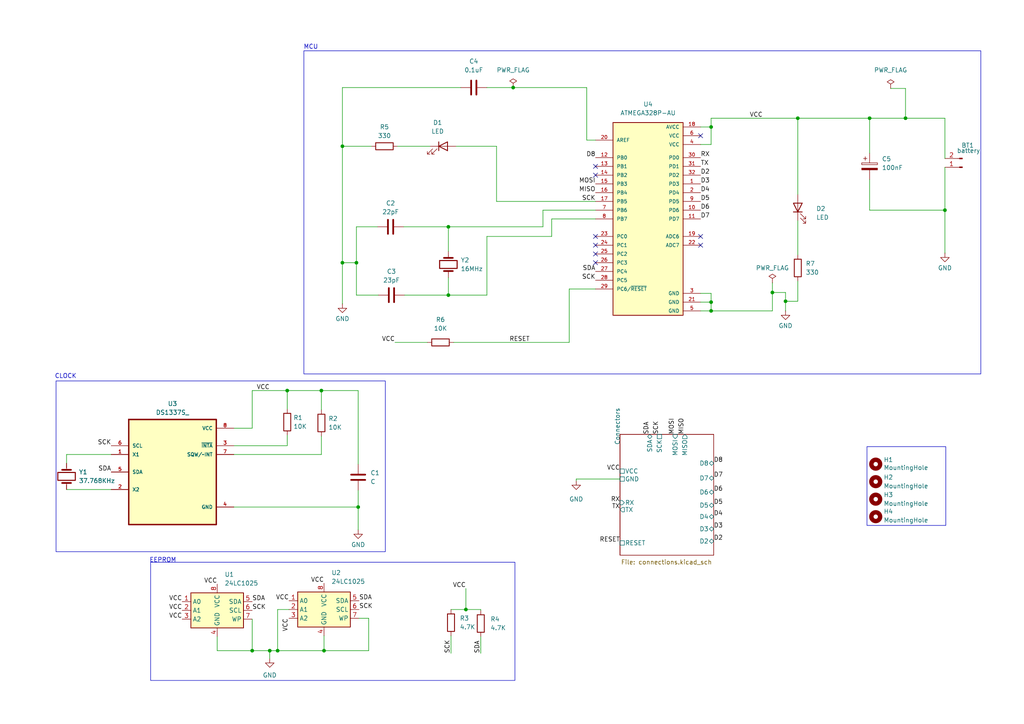
<source format=kicad_sch>
(kicad_sch
	(version 20250114)
	(generator "eeschema")
	(generator_version "9.0")
	(uuid "d6817ddc-b043-403a-af2b-b91e141594fd")
	(paper "A4")
	(title_block
		(title "MCU Data Logger")
		(date "2025-06-23")
		(rev "Version 1")
	)
	(lib_symbols
		(symbol "ATMEGA328P-AU:ATMEGA328P-AU"
			(pin_names
				(offset 1.016)
			)
			(exclude_from_sim no)
			(in_bom yes)
			(on_board yes)
			(property "Reference" "U"
				(at -10.1755 29.2546 0)
				(effects
					(font
						(size 1.27 1.27)
					)
					(justify left bottom)
				)
			)
			(property "Value" "ATMEGA328P-AU"
				(at -7.62 30.988 0)
				(effects
					(font
						(size 1.27 1.27)
					)
					(justify left bottom)
				)
			)
			(property "Footprint" ""
				(at 0 0 0)
				(effects
					(font
						(size 1.27 1.27)
					)
					(justify bottom)
					(hide yes)
				)
			)
			(property "Datasheet" ""
				(at 0 0 0)
				(effects
					(font
						(size 1.27 1.27)
					)
					(hide yes)
				)
			)
			(property "Description" ""
				(at 0 0 0)
				(effects
					(font
						(size 1.27 1.27)
					)
					(hide yes)
				)
			)
			(property "MF" ""
				(at 0 0 0)
				(effects
					(font
						(size 1.27 1.27)
					)
					(justify bottom)
					(hide yes)
				)
			)
			(property "MAXIMUM_PACKAGE_HEIGHT" ""
				(at 0 0 0)
				(effects
					(font
						(size 1.27 1.27)
					)
					(justify bottom)
					(hide yes)
				)
			)
			(property "Package" ""
				(at 0 0 0)
				(effects
					(font
						(size 1.27 1.27)
					)
					(justify bottom)
					(hide yes)
				)
			)
			(property "Price" ""
				(at 0 0 0)
				(effects
					(font
						(size 1.27 1.27)
					)
					(justify bottom)
					(hide yes)
				)
			)
			(property "Check_prices" ""
				(at 0 0 0)
				(effects
					(font
						(size 1.27 1.27)
					)
					(justify bottom)
					(hide yes)
				)
			)
			(property "STANDARD" ""
				(at 0 0 0)
				(effects
					(font
						(size 1.27 1.27)
					)
					(justify bottom)
					(hide yes)
				)
			)
			(property "PARTREV" ""
				(at 0 0 0)
				(effects
					(font
						(size 1.27 1.27)
					)
					(justify bottom)
					(hide yes)
				)
			)
			(property "SnapEDA_Link" ""
				(at 0 0 0)
				(effects
					(font
						(size 1.27 1.27)
					)
					(justify bottom)
					(hide yes)
				)
			)
			(property "MP" ""
				(at 0 0 0)
				(effects
					(font
						(size 1.27 1.27)
					)
					(justify bottom)
					(hide yes)
				)
			)
			(property "Description_1" ""
				(at 0 0 0)
				(effects
					(font
						(size 1.27 1.27)
					)
					(justify bottom)
					(hide yes)
				)
			)
			(property "Availability" ""
				(at 0 0 0)
				(effects
					(font
						(size 1.27 1.27)
					)
					(justify bottom)
					(hide yes)
				)
			)
			(property "MANUFACTURER" ""
				(at 0 0 0)
				(effects
					(font
						(size 1.27 1.27)
					)
					(justify bottom)
					(hide yes)
				)
			)
			(symbol "ATMEGA328P-AU_0_0"
				(rectangle
					(start -10.16 27.94)
					(end 10.16 -27.94)
					(stroke
						(width 0.254)
						(type default)
					)
					(fill
						(type background)
					)
				)
				(pin input line
					(at -15.24 22.86 0)
					(length 5.08)
					(name "AREF"
						(effects
							(font
								(size 1.016 1.016)
							)
						)
					)
					(number "20"
						(effects
							(font
								(size 1.016 1.016)
							)
						)
					)
				)
				(pin bidirectional line
					(at -15.24 17.78 0)
					(length 5.08)
					(name "PB0"
						(effects
							(font
								(size 1.016 1.016)
							)
						)
					)
					(number "12"
						(effects
							(font
								(size 1.016 1.016)
							)
						)
					)
				)
				(pin bidirectional line
					(at -15.24 15.24 0)
					(length 5.08)
					(name "PB1"
						(effects
							(font
								(size 1.016 1.016)
							)
						)
					)
					(number "13"
						(effects
							(font
								(size 1.016 1.016)
							)
						)
					)
				)
				(pin bidirectional line
					(at -15.24 12.7 0)
					(length 5.08)
					(name "PB2"
						(effects
							(font
								(size 1.016 1.016)
							)
						)
					)
					(number "14"
						(effects
							(font
								(size 1.016 1.016)
							)
						)
					)
				)
				(pin bidirectional line
					(at -15.24 10.16 0)
					(length 5.08)
					(name "PB3"
						(effects
							(font
								(size 1.016 1.016)
							)
						)
					)
					(number "15"
						(effects
							(font
								(size 1.016 1.016)
							)
						)
					)
				)
				(pin bidirectional line
					(at -15.24 7.62 0)
					(length 5.08)
					(name "PB4"
						(effects
							(font
								(size 1.016 1.016)
							)
						)
					)
					(number "16"
						(effects
							(font
								(size 1.016 1.016)
							)
						)
					)
				)
				(pin bidirectional line
					(at -15.24 5.08 0)
					(length 5.08)
					(name "PB5"
						(effects
							(font
								(size 1.016 1.016)
							)
						)
					)
					(number "17"
						(effects
							(font
								(size 1.016 1.016)
							)
						)
					)
				)
				(pin bidirectional line
					(at -15.24 2.54 0)
					(length 5.08)
					(name "PB6"
						(effects
							(font
								(size 1.016 1.016)
							)
						)
					)
					(number "7"
						(effects
							(font
								(size 1.016 1.016)
							)
						)
					)
				)
				(pin bidirectional line
					(at -15.24 0 0)
					(length 5.08)
					(name "PB7"
						(effects
							(font
								(size 1.016 1.016)
							)
						)
					)
					(number "8"
						(effects
							(font
								(size 1.016 1.016)
							)
						)
					)
				)
				(pin bidirectional line
					(at -15.24 -5.08 0)
					(length 5.08)
					(name "PC0"
						(effects
							(font
								(size 1.016 1.016)
							)
						)
					)
					(number "23"
						(effects
							(font
								(size 1.016 1.016)
							)
						)
					)
				)
				(pin bidirectional line
					(at -15.24 -7.62 0)
					(length 5.08)
					(name "PC1"
						(effects
							(font
								(size 1.016 1.016)
							)
						)
					)
					(number "24"
						(effects
							(font
								(size 1.016 1.016)
							)
						)
					)
				)
				(pin bidirectional line
					(at -15.24 -10.16 0)
					(length 5.08)
					(name "PC2"
						(effects
							(font
								(size 1.016 1.016)
							)
						)
					)
					(number "25"
						(effects
							(font
								(size 1.016 1.016)
							)
						)
					)
				)
				(pin bidirectional line
					(at -15.24 -12.7 0)
					(length 5.08)
					(name "PC3"
						(effects
							(font
								(size 1.016 1.016)
							)
						)
					)
					(number "26"
						(effects
							(font
								(size 1.016 1.016)
							)
						)
					)
				)
				(pin bidirectional line
					(at -15.24 -15.24 0)
					(length 5.08)
					(name "PC4"
						(effects
							(font
								(size 1.016 1.016)
							)
						)
					)
					(number "27"
						(effects
							(font
								(size 1.016 1.016)
							)
						)
					)
				)
				(pin bidirectional line
					(at -15.24 -17.78 0)
					(length 5.08)
					(name "PC5"
						(effects
							(font
								(size 1.016 1.016)
							)
						)
					)
					(number "28"
						(effects
							(font
								(size 1.016 1.016)
							)
						)
					)
				)
				(pin bidirectional line
					(at -15.24 -20.32 0)
					(length 5.08)
					(name "PC6/~{RESET}"
						(effects
							(font
								(size 1.016 1.016)
							)
						)
					)
					(number "29"
						(effects
							(font
								(size 1.016 1.016)
							)
						)
					)
				)
				(pin power_in line
					(at 15.24 26.67 180)
					(length 5.08)
					(name "AVCC"
						(effects
							(font
								(size 1.016 1.016)
							)
						)
					)
					(number "18"
						(effects
							(font
								(size 1.016 1.016)
							)
						)
					)
				)
				(pin power_in line
					(at 15.24 24.13 180)
					(length 5.08)
					(name "VCC"
						(effects
							(font
								(size 1.016 1.016)
							)
						)
					)
					(number "6"
						(effects
							(font
								(size 1.016 1.016)
							)
						)
					)
				)
				(pin power_in line
					(at 15.24 21.59 180)
					(length 5.08)
					(name "VCC"
						(effects
							(font
								(size 1.016 1.016)
							)
						)
					)
					(number "4"
						(effects
							(font
								(size 1.016 1.016)
							)
						)
					)
				)
				(pin bidirectional line
					(at 15.24 17.78 180)
					(length 5.08)
					(name "PD0"
						(effects
							(font
								(size 1.016 1.016)
							)
						)
					)
					(number "30"
						(effects
							(font
								(size 1.016 1.016)
							)
						)
					)
				)
				(pin bidirectional line
					(at 15.24 15.24 180)
					(length 5.08)
					(name "PD1"
						(effects
							(font
								(size 1.016 1.016)
							)
						)
					)
					(number "31"
						(effects
							(font
								(size 1.016 1.016)
							)
						)
					)
				)
				(pin bidirectional line
					(at 15.24 12.7 180)
					(length 5.08)
					(name "PD2"
						(effects
							(font
								(size 1.016 1.016)
							)
						)
					)
					(number "32"
						(effects
							(font
								(size 1.016 1.016)
							)
						)
					)
				)
				(pin bidirectional line
					(at 15.24 10.16 180)
					(length 5.08)
					(name "PD3"
						(effects
							(font
								(size 1.016 1.016)
							)
						)
					)
					(number "1"
						(effects
							(font
								(size 1.016 1.016)
							)
						)
					)
				)
				(pin bidirectional line
					(at 15.24 7.62 180)
					(length 5.08)
					(name "PD4"
						(effects
							(font
								(size 1.016 1.016)
							)
						)
					)
					(number "2"
						(effects
							(font
								(size 1.016 1.016)
							)
						)
					)
				)
				(pin bidirectional line
					(at 15.24 5.08 180)
					(length 5.08)
					(name "PD5"
						(effects
							(font
								(size 1.016 1.016)
							)
						)
					)
					(number "9"
						(effects
							(font
								(size 1.016 1.016)
							)
						)
					)
				)
				(pin bidirectional line
					(at 15.24 2.54 180)
					(length 5.08)
					(name "PD6"
						(effects
							(font
								(size 1.016 1.016)
							)
						)
					)
					(number "10"
						(effects
							(font
								(size 1.016 1.016)
							)
						)
					)
				)
				(pin bidirectional line
					(at 15.24 0 180)
					(length 5.08)
					(name "PD7"
						(effects
							(font
								(size 1.016 1.016)
							)
						)
					)
					(number "11"
						(effects
							(font
								(size 1.016 1.016)
							)
						)
					)
				)
				(pin bidirectional line
					(at 15.24 -5.08 180)
					(length 5.08)
					(name "ADC6"
						(effects
							(font
								(size 1.016 1.016)
							)
						)
					)
					(number "19"
						(effects
							(font
								(size 1.016 1.016)
							)
						)
					)
				)
				(pin bidirectional line
					(at 15.24 -7.62 180)
					(length 5.08)
					(name "ADC7"
						(effects
							(font
								(size 1.016 1.016)
							)
						)
					)
					(number "22"
						(effects
							(font
								(size 1.016 1.016)
							)
						)
					)
				)
				(pin power_in line
					(at 15.24 -21.59 180)
					(length 5.08)
					(name "GND"
						(effects
							(font
								(size 1.016 1.016)
							)
						)
					)
					(number "3"
						(effects
							(font
								(size 1.016 1.016)
							)
						)
					)
				)
				(pin power_in line
					(at 15.24 -24.13 180)
					(length 5.08)
					(name "GND"
						(effects
							(font
								(size 1.016 1.016)
							)
						)
					)
					(number "21"
						(effects
							(font
								(size 1.016 1.016)
							)
						)
					)
				)
				(pin power_in line
					(at 15.24 -26.67 180)
					(length 5.08)
					(name "GND"
						(effects
							(font
								(size 1.016 1.016)
							)
						)
					)
					(number "5"
						(effects
							(font
								(size 1.016 1.016)
							)
						)
					)
				)
			)
			(embedded_fonts no)
		)
		(symbol "Connector:Conn_01x02_Pin"
			(pin_names
				(offset 1.016)
				(hide yes)
			)
			(exclude_from_sim no)
			(in_bom yes)
			(on_board yes)
			(property "Reference" "J"
				(at 0 2.54 0)
				(effects
					(font
						(size 1.27 1.27)
					)
				)
			)
			(property "Value" "Conn_01x02_Pin"
				(at 0 -5.08 0)
				(effects
					(font
						(size 1.27 1.27)
					)
				)
			)
			(property "Footprint" ""
				(at 0 0 0)
				(effects
					(font
						(size 1.27 1.27)
					)
					(hide yes)
				)
			)
			(property "Datasheet" "~"
				(at 0 0 0)
				(effects
					(font
						(size 1.27 1.27)
					)
					(hide yes)
				)
			)
			(property "Description" "Generic connector, single row, 01x02, script generated"
				(at 0 0 0)
				(effects
					(font
						(size 1.27 1.27)
					)
					(hide yes)
				)
			)
			(property "ki_locked" ""
				(at 0 0 0)
				(effects
					(font
						(size 1.27 1.27)
					)
				)
			)
			(property "ki_keywords" "connector"
				(at 0 0 0)
				(effects
					(font
						(size 1.27 1.27)
					)
					(hide yes)
				)
			)
			(property "ki_fp_filters" "Connector*:*_1x??_*"
				(at 0 0 0)
				(effects
					(font
						(size 1.27 1.27)
					)
					(hide yes)
				)
			)
			(symbol "Conn_01x02_Pin_1_1"
				(rectangle
					(start 0.8636 0.127)
					(end 0 -0.127)
					(stroke
						(width 0.1524)
						(type default)
					)
					(fill
						(type outline)
					)
				)
				(rectangle
					(start 0.8636 -2.413)
					(end 0 -2.667)
					(stroke
						(width 0.1524)
						(type default)
					)
					(fill
						(type outline)
					)
				)
				(polyline
					(pts
						(xy 1.27 0) (xy 0.8636 0)
					)
					(stroke
						(width 0.1524)
						(type default)
					)
					(fill
						(type none)
					)
				)
				(polyline
					(pts
						(xy 1.27 -2.54) (xy 0.8636 -2.54)
					)
					(stroke
						(width 0.1524)
						(type default)
					)
					(fill
						(type none)
					)
				)
				(pin passive line
					(at 5.08 0 180)
					(length 3.81)
					(name "Pin_1"
						(effects
							(font
								(size 1.27 1.27)
							)
						)
					)
					(number "1"
						(effects
							(font
								(size 1.27 1.27)
							)
						)
					)
				)
				(pin passive line
					(at 5.08 -2.54 180)
					(length 3.81)
					(name "Pin_2"
						(effects
							(font
								(size 1.27 1.27)
							)
						)
					)
					(number "2"
						(effects
							(font
								(size 1.27 1.27)
							)
						)
					)
				)
			)
			(embedded_fonts no)
		)
		(symbol "DS1337S_:DS1337S_"
			(pin_names
				(offset 1.016)
			)
			(exclude_from_sim no)
			(in_bom yes)
			(on_board yes)
			(property "Reference" "U"
				(at -12.7 16.24 0)
				(effects
					(font
						(size 1.27 1.27)
					)
					(justify left bottom)
				)
			)
			(property "Value" "DS1337S_"
				(at -12.7 -19.24 0)
				(effects
					(font
						(size 1.27 1.27)
					)
					(justify left bottom)
				)
			)
			(property "Footprint" "DS1337S_:SOIC127P600X175-8N"
				(at 0 0 0)
				(effects
					(font
						(size 1.27 1.27)
					)
					(justify bottom)
					(hide yes)
				)
			)
			(property "Datasheet" ""
				(at 0 0 0)
				(effects
					(font
						(size 1.27 1.27)
					)
					(hide yes)
				)
			)
			(property "Description" ""
				(at 0 0 0)
				(effects
					(font
						(size 1.27 1.27)
					)
					(hide yes)
				)
			)
			(property "MF" "Analog Devices"
				(at 0 0 0)
				(effects
					(font
						(size 1.27 1.27)
					)
					(justify bottom)
					(hide yes)
				)
			)
			(property "Description_1" "I²C Serial Real-Time Clock"
				(at 0 0 0)
				(effects
					(font
						(size 1.27 1.27)
					)
					(justify bottom)
					(hide yes)
				)
			)
			(property "Package" "SOIC-8 Maxim"
				(at 0 0 0)
				(effects
					(font
						(size 1.27 1.27)
					)
					(justify bottom)
					(hide yes)
				)
			)
			(property "Price" "None"
				(at 0 0 0)
				(effects
					(font
						(size 1.27 1.27)
					)
					(justify bottom)
					(hide yes)
				)
			)
			(property "SnapEDA_Link" "https://www.snapeda.com/parts/DS1337S+/Analog+Devices/view-part/?ref=snap"
				(at 0 0 0)
				(effects
					(font
						(size 1.27 1.27)
					)
					(justify bottom)
					(hide yes)
				)
			)
			(property "MP" "DS1337S+"
				(at 0 0 0)
				(effects
					(font
						(size 1.27 1.27)
					)
					(justify bottom)
					(hide yes)
				)
			)
			(property "Availability" "In Stock"
				(at 0 0 0)
				(effects
					(font
						(size 1.27 1.27)
					)
					(justify bottom)
					(hide yes)
				)
			)
			(property "Check_prices" "https://www.snapeda.com/parts/DS1337S+/Analog+Devices/view-part/?ref=eda"
				(at 0 0 0)
				(effects
					(font
						(size 1.27 1.27)
					)
					(justify bottom)
					(hide yes)
				)
			)
			(symbol "DS1337S__0_0"
				(rectangle
					(start -12.7 -15.24)
					(end 12.7 15.24)
					(stroke
						(width 0.41)
						(type default)
					)
					(fill
						(type background)
					)
				)
				(pin input line
					(at -17.78 7.62 0)
					(length 5.08)
					(name "SCL"
						(effects
							(font
								(size 1.016 1.016)
							)
						)
					)
					(number "6"
						(effects
							(font
								(size 1.016 1.016)
							)
						)
					)
				)
				(pin input line
					(at -17.78 5.08 0)
					(length 5.08)
					(name "X1"
						(effects
							(font
								(size 1.016 1.016)
							)
						)
					)
					(number "1"
						(effects
							(font
								(size 1.016 1.016)
							)
						)
					)
				)
				(pin bidirectional line
					(at -17.78 0 0)
					(length 5.08)
					(name "SDA"
						(effects
							(font
								(size 1.016 1.016)
							)
						)
					)
					(number "5"
						(effects
							(font
								(size 1.016 1.016)
							)
						)
					)
				)
				(pin bidirectional line
					(at -17.78 -5.08 0)
					(length 5.08)
					(name "X2"
						(effects
							(font
								(size 1.016 1.016)
							)
						)
					)
					(number "2"
						(effects
							(font
								(size 1.016 1.016)
							)
						)
					)
				)
				(pin power_in line
					(at 17.78 12.7 180)
					(length 5.08)
					(name "VCC"
						(effects
							(font
								(size 1.016 1.016)
							)
						)
					)
					(number "8"
						(effects
							(font
								(size 1.016 1.016)
							)
						)
					)
				)
				(pin output line
					(at 17.78 7.62 180)
					(length 5.08)
					(name "~{INTA}"
						(effects
							(font
								(size 1.016 1.016)
							)
						)
					)
					(number "3"
						(effects
							(font
								(size 1.016 1.016)
							)
						)
					)
				)
				(pin output line
					(at 17.78 5.08 180)
					(length 5.08)
					(name "SQW/~INT"
						(effects
							(font
								(size 1.016 1.016)
							)
						)
					)
					(number "7"
						(effects
							(font
								(size 1.016 1.016)
							)
						)
					)
				)
				(pin power_in line
					(at 17.78 -10.16 180)
					(length 5.08)
					(name "GND"
						(effects
							(font
								(size 1.016 1.016)
							)
						)
					)
					(number "4"
						(effects
							(font
								(size 1.016 1.016)
							)
						)
					)
				)
			)
			(embedded_fonts no)
		)
		(symbol "Device:C"
			(pin_numbers
				(hide yes)
			)
			(pin_names
				(offset 0.254)
			)
			(exclude_from_sim no)
			(in_bom yes)
			(on_board yes)
			(property "Reference" "C"
				(at 0.635 2.54 0)
				(effects
					(font
						(size 1.27 1.27)
					)
					(justify left)
				)
			)
			(property "Value" "C"
				(at 0.635 -2.54 0)
				(effects
					(font
						(size 1.27 1.27)
					)
					(justify left)
				)
			)
			(property "Footprint" ""
				(at 0.9652 -3.81 0)
				(effects
					(font
						(size 1.27 1.27)
					)
					(hide yes)
				)
			)
			(property "Datasheet" "~"
				(at 0 0 0)
				(effects
					(font
						(size 1.27 1.27)
					)
					(hide yes)
				)
			)
			(property "Description" "Unpolarized capacitor"
				(at 0 0 0)
				(effects
					(font
						(size 1.27 1.27)
					)
					(hide yes)
				)
			)
			(property "ki_keywords" "cap capacitor"
				(at 0 0 0)
				(effects
					(font
						(size 1.27 1.27)
					)
					(hide yes)
				)
			)
			(property "ki_fp_filters" "C_*"
				(at 0 0 0)
				(effects
					(font
						(size 1.27 1.27)
					)
					(hide yes)
				)
			)
			(symbol "C_0_1"
				(polyline
					(pts
						(xy -2.032 0.762) (xy 2.032 0.762)
					)
					(stroke
						(width 0.508)
						(type default)
					)
					(fill
						(type none)
					)
				)
				(polyline
					(pts
						(xy -2.032 -0.762) (xy 2.032 -0.762)
					)
					(stroke
						(width 0.508)
						(type default)
					)
					(fill
						(type none)
					)
				)
			)
			(symbol "C_1_1"
				(pin passive line
					(at 0 3.81 270)
					(length 2.794)
					(name "~"
						(effects
							(font
								(size 1.27 1.27)
							)
						)
					)
					(number "1"
						(effects
							(font
								(size 1.27 1.27)
							)
						)
					)
				)
				(pin passive line
					(at 0 -3.81 90)
					(length 2.794)
					(name "~"
						(effects
							(font
								(size 1.27 1.27)
							)
						)
					)
					(number "2"
						(effects
							(font
								(size 1.27 1.27)
							)
						)
					)
				)
			)
			(embedded_fonts no)
		)
		(symbol "Device:C_Polarized"
			(pin_numbers
				(hide yes)
			)
			(pin_names
				(offset 0.254)
			)
			(exclude_from_sim no)
			(in_bom yes)
			(on_board yes)
			(property "Reference" "C"
				(at 0.635 2.54 0)
				(effects
					(font
						(size 1.27 1.27)
					)
					(justify left)
				)
			)
			(property "Value" "C_Polarized"
				(at 0.635 -2.54 0)
				(effects
					(font
						(size 1.27 1.27)
					)
					(justify left)
				)
			)
			(property "Footprint" ""
				(at 0.9652 -3.81 0)
				(effects
					(font
						(size 1.27 1.27)
					)
					(hide yes)
				)
			)
			(property "Datasheet" "~"
				(at 0 0 0)
				(effects
					(font
						(size 1.27 1.27)
					)
					(hide yes)
				)
			)
			(property "Description" "Polarized capacitor"
				(at 0 0 0)
				(effects
					(font
						(size 1.27 1.27)
					)
					(hide yes)
				)
			)
			(property "ki_keywords" "cap capacitor"
				(at 0 0 0)
				(effects
					(font
						(size 1.27 1.27)
					)
					(hide yes)
				)
			)
			(property "ki_fp_filters" "CP_*"
				(at 0 0 0)
				(effects
					(font
						(size 1.27 1.27)
					)
					(hide yes)
				)
			)
			(symbol "C_Polarized_0_1"
				(rectangle
					(start -2.286 0.508)
					(end 2.286 1.016)
					(stroke
						(width 0)
						(type default)
					)
					(fill
						(type none)
					)
				)
				(polyline
					(pts
						(xy -1.778 2.286) (xy -0.762 2.286)
					)
					(stroke
						(width 0)
						(type default)
					)
					(fill
						(type none)
					)
				)
				(polyline
					(pts
						(xy -1.27 2.794) (xy -1.27 1.778)
					)
					(stroke
						(width 0)
						(type default)
					)
					(fill
						(type none)
					)
				)
				(rectangle
					(start 2.286 -0.508)
					(end -2.286 -1.016)
					(stroke
						(width 0)
						(type default)
					)
					(fill
						(type outline)
					)
				)
			)
			(symbol "C_Polarized_1_1"
				(pin passive line
					(at 0 3.81 270)
					(length 2.794)
					(name "~"
						(effects
							(font
								(size 1.27 1.27)
							)
						)
					)
					(number "1"
						(effects
							(font
								(size 1.27 1.27)
							)
						)
					)
				)
				(pin passive line
					(at 0 -3.81 90)
					(length 2.794)
					(name "~"
						(effects
							(font
								(size 1.27 1.27)
							)
						)
					)
					(number "2"
						(effects
							(font
								(size 1.27 1.27)
							)
						)
					)
				)
			)
			(embedded_fonts no)
		)
		(symbol "Device:Crystal"
			(pin_numbers
				(hide yes)
			)
			(pin_names
				(offset 1.016)
				(hide yes)
			)
			(exclude_from_sim no)
			(in_bom yes)
			(on_board yes)
			(property "Reference" "Y"
				(at 0 3.81 0)
				(effects
					(font
						(size 1.27 1.27)
					)
				)
			)
			(property "Value" "Crystal"
				(at 0 -3.81 0)
				(effects
					(font
						(size 1.27 1.27)
					)
				)
			)
			(property "Footprint" ""
				(at 0 0 0)
				(effects
					(font
						(size 1.27 1.27)
					)
					(hide yes)
				)
			)
			(property "Datasheet" "~"
				(at 0 0 0)
				(effects
					(font
						(size 1.27 1.27)
					)
					(hide yes)
				)
			)
			(property "Description" "Two pin crystal"
				(at 0 0 0)
				(effects
					(font
						(size 1.27 1.27)
					)
					(hide yes)
				)
			)
			(property "ki_keywords" "quartz ceramic resonator oscillator"
				(at 0 0 0)
				(effects
					(font
						(size 1.27 1.27)
					)
					(hide yes)
				)
			)
			(property "ki_fp_filters" "Crystal*"
				(at 0 0 0)
				(effects
					(font
						(size 1.27 1.27)
					)
					(hide yes)
				)
			)
			(symbol "Crystal_0_1"
				(polyline
					(pts
						(xy -2.54 0) (xy -1.905 0)
					)
					(stroke
						(width 0)
						(type default)
					)
					(fill
						(type none)
					)
				)
				(polyline
					(pts
						(xy -1.905 -1.27) (xy -1.905 1.27)
					)
					(stroke
						(width 0.508)
						(type default)
					)
					(fill
						(type none)
					)
				)
				(rectangle
					(start -1.143 2.54)
					(end 1.143 -2.54)
					(stroke
						(width 0.3048)
						(type default)
					)
					(fill
						(type none)
					)
				)
				(polyline
					(pts
						(xy 1.905 -1.27) (xy 1.905 1.27)
					)
					(stroke
						(width 0.508)
						(type default)
					)
					(fill
						(type none)
					)
				)
				(polyline
					(pts
						(xy 2.54 0) (xy 1.905 0)
					)
					(stroke
						(width 0)
						(type default)
					)
					(fill
						(type none)
					)
				)
			)
			(symbol "Crystal_1_1"
				(pin passive line
					(at -3.81 0 0)
					(length 1.27)
					(name "1"
						(effects
							(font
								(size 1.27 1.27)
							)
						)
					)
					(number "1"
						(effects
							(font
								(size 1.27 1.27)
							)
						)
					)
				)
				(pin passive line
					(at 3.81 0 180)
					(length 1.27)
					(name "2"
						(effects
							(font
								(size 1.27 1.27)
							)
						)
					)
					(number "2"
						(effects
							(font
								(size 1.27 1.27)
							)
						)
					)
				)
			)
			(embedded_fonts no)
		)
		(symbol "Device:LED"
			(pin_numbers
				(hide yes)
			)
			(pin_names
				(offset 1.016)
				(hide yes)
			)
			(exclude_from_sim no)
			(in_bom yes)
			(on_board yes)
			(property "Reference" "D"
				(at 0 2.54 0)
				(effects
					(font
						(size 1.27 1.27)
					)
				)
			)
			(property "Value" "LED"
				(at 0 -2.54 0)
				(effects
					(font
						(size 1.27 1.27)
					)
				)
			)
			(property "Footprint" ""
				(at 0 0 0)
				(effects
					(font
						(size 1.27 1.27)
					)
					(hide yes)
				)
			)
			(property "Datasheet" "~"
				(at 0 0 0)
				(effects
					(font
						(size 1.27 1.27)
					)
					(hide yes)
				)
			)
			(property "Description" "Light emitting diode"
				(at 0 0 0)
				(effects
					(font
						(size 1.27 1.27)
					)
					(hide yes)
				)
			)
			(property "Sim.Pins" "1=K 2=A"
				(at 0 0 0)
				(effects
					(font
						(size 1.27 1.27)
					)
					(hide yes)
				)
			)
			(property "ki_keywords" "LED diode"
				(at 0 0 0)
				(effects
					(font
						(size 1.27 1.27)
					)
					(hide yes)
				)
			)
			(property "ki_fp_filters" "LED* LED_SMD:* LED_THT:*"
				(at 0 0 0)
				(effects
					(font
						(size 1.27 1.27)
					)
					(hide yes)
				)
			)
			(symbol "LED_0_1"
				(polyline
					(pts
						(xy -3.048 -0.762) (xy -4.572 -2.286) (xy -3.81 -2.286) (xy -4.572 -2.286) (xy -4.572 -1.524)
					)
					(stroke
						(width 0)
						(type default)
					)
					(fill
						(type none)
					)
				)
				(polyline
					(pts
						(xy -1.778 -0.762) (xy -3.302 -2.286) (xy -2.54 -2.286) (xy -3.302 -2.286) (xy -3.302 -1.524)
					)
					(stroke
						(width 0)
						(type default)
					)
					(fill
						(type none)
					)
				)
				(polyline
					(pts
						(xy -1.27 0) (xy 1.27 0)
					)
					(stroke
						(width 0)
						(type default)
					)
					(fill
						(type none)
					)
				)
				(polyline
					(pts
						(xy -1.27 -1.27) (xy -1.27 1.27)
					)
					(stroke
						(width 0.254)
						(type default)
					)
					(fill
						(type none)
					)
				)
				(polyline
					(pts
						(xy 1.27 -1.27) (xy 1.27 1.27) (xy -1.27 0) (xy 1.27 -1.27)
					)
					(stroke
						(width 0.254)
						(type default)
					)
					(fill
						(type none)
					)
				)
			)
			(symbol "LED_1_1"
				(pin passive line
					(at -3.81 0 0)
					(length 2.54)
					(name "K"
						(effects
							(font
								(size 1.27 1.27)
							)
						)
					)
					(number "1"
						(effects
							(font
								(size 1.27 1.27)
							)
						)
					)
				)
				(pin passive line
					(at 3.81 0 180)
					(length 2.54)
					(name "A"
						(effects
							(font
								(size 1.27 1.27)
							)
						)
					)
					(number "2"
						(effects
							(font
								(size 1.27 1.27)
							)
						)
					)
				)
			)
			(embedded_fonts no)
		)
		(symbol "Device:R"
			(pin_numbers
				(hide yes)
			)
			(pin_names
				(offset 0)
			)
			(exclude_from_sim no)
			(in_bom yes)
			(on_board yes)
			(property "Reference" "R"
				(at 2.032 0 90)
				(effects
					(font
						(size 1.27 1.27)
					)
				)
			)
			(property "Value" "R"
				(at 0 0 90)
				(effects
					(font
						(size 1.27 1.27)
					)
				)
			)
			(property "Footprint" ""
				(at -1.778 0 90)
				(effects
					(font
						(size 1.27 1.27)
					)
					(hide yes)
				)
			)
			(property "Datasheet" "~"
				(at 0 0 0)
				(effects
					(font
						(size 1.27 1.27)
					)
					(hide yes)
				)
			)
			(property "Description" "Resistor"
				(at 0 0 0)
				(effects
					(font
						(size 1.27 1.27)
					)
					(hide yes)
				)
			)
			(property "ki_keywords" "R res resistor"
				(at 0 0 0)
				(effects
					(font
						(size 1.27 1.27)
					)
					(hide yes)
				)
			)
			(property "ki_fp_filters" "R_*"
				(at 0 0 0)
				(effects
					(font
						(size 1.27 1.27)
					)
					(hide yes)
				)
			)
			(symbol "R_0_1"
				(rectangle
					(start -1.016 -2.54)
					(end 1.016 2.54)
					(stroke
						(width 0.254)
						(type default)
					)
					(fill
						(type none)
					)
				)
			)
			(symbol "R_1_1"
				(pin passive line
					(at 0 3.81 270)
					(length 1.27)
					(name "~"
						(effects
							(font
								(size 1.27 1.27)
							)
						)
					)
					(number "1"
						(effects
							(font
								(size 1.27 1.27)
							)
						)
					)
				)
				(pin passive line
					(at 0 -3.81 90)
					(length 1.27)
					(name "~"
						(effects
							(font
								(size 1.27 1.27)
							)
						)
					)
					(number "2"
						(effects
							(font
								(size 1.27 1.27)
							)
						)
					)
				)
			)
			(embedded_fonts no)
		)
		(symbol "Mechanical:MountingHole"
			(pin_names
				(offset 1.016)
			)
			(exclude_from_sim no)
			(in_bom no)
			(on_board yes)
			(property "Reference" "H"
				(at 0 5.08 0)
				(effects
					(font
						(size 1.27 1.27)
					)
				)
			)
			(property "Value" "MountingHole"
				(at 0 3.175 0)
				(effects
					(font
						(size 1.27 1.27)
					)
				)
			)
			(property "Footprint" ""
				(at 0 0 0)
				(effects
					(font
						(size 1.27 1.27)
					)
					(hide yes)
				)
			)
			(property "Datasheet" "~"
				(at 0 0 0)
				(effects
					(font
						(size 1.27 1.27)
					)
					(hide yes)
				)
			)
			(property "Description" "Mounting Hole without connection"
				(at 0 0 0)
				(effects
					(font
						(size 1.27 1.27)
					)
					(hide yes)
				)
			)
			(property "ki_keywords" "mounting hole"
				(at 0 0 0)
				(effects
					(font
						(size 1.27 1.27)
					)
					(hide yes)
				)
			)
			(property "ki_fp_filters" "MountingHole*"
				(at 0 0 0)
				(effects
					(font
						(size 1.27 1.27)
					)
					(hide yes)
				)
			)
			(symbol "MountingHole_0_1"
				(circle
					(center 0 0)
					(radius 1.27)
					(stroke
						(width 1.27)
						(type default)
					)
					(fill
						(type none)
					)
				)
			)
			(embedded_fonts no)
		)
		(symbol "Memory_EEPROM:24LC1025"
			(exclude_from_sim no)
			(in_bom yes)
			(on_board yes)
			(property "Reference" "U"
				(at -6.35 6.35 0)
				(effects
					(font
						(size 1.27 1.27)
					)
				)
			)
			(property "Value" "24LC1025"
				(at 1.27 6.35 0)
				(effects
					(font
						(size 1.27 1.27)
					)
					(justify left)
				)
			)
			(property "Footprint" ""
				(at 0 0 0)
				(effects
					(font
						(size 1.27 1.27)
					)
					(hide yes)
				)
			)
			(property "Datasheet" "http://ww1.microchip.com/downloads/en/DeviceDoc/21941B.pdf"
				(at 0 0 0)
				(effects
					(font
						(size 1.27 1.27)
					)
					(hide yes)
				)
			)
			(property "Description" "I2C Serial EEPROM, 1024Kb, DIP-8/SOIC-8/TSSOP-8/DFN-8"
				(at 0 0 0)
				(effects
					(font
						(size 1.27 1.27)
					)
					(hide yes)
				)
			)
			(property "ki_keywords" "I2C Serial EEPROM"
				(at 0 0 0)
				(effects
					(font
						(size 1.27 1.27)
					)
					(hide yes)
				)
			)
			(property "ki_fp_filters" "DIP*W7.62mm* SOIC*3.9x4.9mm* TSSOP*4.4x3mm*P0.65mm* DFN*3x2mm*P0.5mm*"
				(at 0 0 0)
				(effects
					(font
						(size 1.27 1.27)
					)
					(hide yes)
				)
			)
			(symbol "24LC1025_1_1"
				(rectangle
					(start -7.62 5.08)
					(end 7.62 -5.08)
					(stroke
						(width 0.254)
						(type default)
					)
					(fill
						(type background)
					)
				)
				(pin input line
					(at -10.16 2.54 0)
					(length 2.54)
					(name "A0"
						(effects
							(font
								(size 1.27 1.27)
							)
						)
					)
					(number "1"
						(effects
							(font
								(size 1.27 1.27)
							)
						)
					)
				)
				(pin input line
					(at -10.16 0 0)
					(length 2.54)
					(name "A1"
						(effects
							(font
								(size 1.27 1.27)
							)
						)
					)
					(number "2"
						(effects
							(font
								(size 1.27 1.27)
							)
						)
					)
				)
				(pin input line
					(at -10.16 -2.54 0)
					(length 2.54)
					(name "A2"
						(effects
							(font
								(size 1.27 1.27)
							)
						)
					)
					(number "3"
						(effects
							(font
								(size 1.27 1.27)
							)
						)
					)
				)
				(pin power_in line
					(at 0 7.62 270)
					(length 2.54)
					(name "VCC"
						(effects
							(font
								(size 1.27 1.27)
							)
						)
					)
					(number "8"
						(effects
							(font
								(size 1.27 1.27)
							)
						)
					)
				)
				(pin power_in line
					(at 0 -7.62 90)
					(length 2.54)
					(name "GND"
						(effects
							(font
								(size 1.27 1.27)
							)
						)
					)
					(number "4"
						(effects
							(font
								(size 1.27 1.27)
							)
						)
					)
				)
				(pin bidirectional line
					(at 10.16 2.54 180)
					(length 2.54)
					(name "SDA"
						(effects
							(font
								(size 1.27 1.27)
							)
						)
					)
					(number "5"
						(effects
							(font
								(size 1.27 1.27)
							)
						)
					)
				)
				(pin input line
					(at 10.16 0 180)
					(length 2.54)
					(name "SCL"
						(effects
							(font
								(size 1.27 1.27)
							)
						)
					)
					(number "6"
						(effects
							(font
								(size 1.27 1.27)
							)
						)
					)
				)
				(pin input line
					(at 10.16 -2.54 180)
					(length 2.54)
					(name "WP"
						(effects
							(font
								(size 1.27 1.27)
							)
						)
					)
					(number "7"
						(effects
							(font
								(size 1.27 1.27)
							)
						)
					)
				)
			)
			(embedded_fonts no)
		)
		(symbol "power:GND"
			(power)
			(pin_numbers
				(hide yes)
			)
			(pin_names
				(offset 0)
				(hide yes)
			)
			(exclude_from_sim no)
			(in_bom yes)
			(on_board yes)
			(property "Reference" "#PWR"
				(at 0 -6.35 0)
				(effects
					(font
						(size 1.27 1.27)
					)
					(hide yes)
				)
			)
			(property "Value" "GND"
				(at 0 -3.81 0)
				(effects
					(font
						(size 1.27 1.27)
					)
				)
			)
			(property "Footprint" ""
				(at 0 0 0)
				(effects
					(font
						(size 1.27 1.27)
					)
					(hide yes)
				)
			)
			(property "Datasheet" ""
				(at 0 0 0)
				(effects
					(font
						(size 1.27 1.27)
					)
					(hide yes)
				)
			)
			(property "Description" "Power symbol creates a global label with name \"GND\" , ground"
				(at 0 0 0)
				(effects
					(font
						(size 1.27 1.27)
					)
					(hide yes)
				)
			)
			(property "ki_keywords" "global power"
				(at 0 0 0)
				(effects
					(font
						(size 1.27 1.27)
					)
					(hide yes)
				)
			)
			(symbol "GND_0_1"
				(polyline
					(pts
						(xy 0 0) (xy 0 -1.27) (xy 1.27 -1.27) (xy 0 -2.54) (xy -1.27 -1.27) (xy 0 -1.27)
					)
					(stroke
						(width 0)
						(type default)
					)
					(fill
						(type none)
					)
				)
			)
			(symbol "GND_1_1"
				(pin power_in line
					(at 0 0 270)
					(length 0)
					(name "~"
						(effects
							(font
								(size 1.27 1.27)
							)
						)
					)
					(number "1"
						(effects
							(font
								(size 1.27 1.27)
							)
						)
					)
				)
			)
			(embedded_fonts no)
		)
		(symbol "power:PWR_FLAG"
			(power)
			(pin_numbers
				(hide yes)
			)
			(pin_names
				(offset 0)
				(hide yes)
			)
			(exclude_from_sim no)
			(in_bom yes)
			(on_board yes)
			(property "Reference" "#FLG"
				(at 0 1.905 0)
				(effects
					(font
						(size 1.27 1.27)
					)
					(hide yes)
				)
			)
			(property "Value" "PWR_FLAG"
				(at 0 3.81 0)
				(effects
					(font
						(size 1.27 1.27)
					)
				)
			)
			(property "Footprint" ""
				(at 0 0 0)
				(effects
					(font
						(size 1.27 1.27)
					)
					(hide yes)
				)
			)
			(property "Datasheet" "~"
				(at 0 0 0)
				(effects
					(font
						(size 1.27 1.27)
					)
					(hide yes)
				)
			)
			(property "Description" "Special symbol for telling ERC where power comes from"
				(at 0 0 0)
				(effects
					(font
						(size 1.27 1.27)
					)
					(hide yes)
				)
			)
			(property "ki_keywords" "flag power"
				(at 0 0 0)
				(effects
					(font
						(size 1.27 1.27)
					)
					(hide yes)
				)
			)
			(symbol "PWR_FLAG_0_0"
				(pin power_out line
					(at 0 0 90)
					(length 0)
					(name "~"
						(effects
							(font
								(size 1.27 1.27)
							)
						)
					)
					(number "1"
						(effects
							(font
								(size 1.27 1.27)
							)
						)
					)
				)
			)
			(symbol "PWR_FLAG_0_1"
				(polyline
					(pts
						(xy 0 0) (xy 0 1.27) (xy -1.016 1.905) (xy 0 2.54) (xy 1.016 1.905) (xy 0 1.27)
					)
					(stroke
						(width 0)
						(type default)
					)
					(fill
						(type none)
					)
				)
			)
			(embedded_fonts no)
		)
	)
	(rectangle
		(start 16.256 110.49)
		(end 111.76 160.02)
		(stroke
			(width 0)
			(type default)
		)
		(fill
			(type none)
		)
		(uuid 7c069937-6651-4dea-a164-9f277940c2a5)
	)
	(rectangle
		(start 251.46 129.54)
		(end 274.32 152.4)
		(stroke
			(width 0)
			(type default)
		)
		(fill
			(type none)
		)
		(uuid a46c2bf5-f3aa-4d33-927f-a181ac3692e9)
	)
	(rectangle
		(start 43.688 163.068)
		(end 149.352 197.358)
		(stroke
			(width 0)
			(type default)
		)
		(fill
			(type none)
		)
		(uuid af63c7d8-b6d7-4751-9cd6-aeadb2d6c3d8)
	)
	(rectangle
		(start 88.138 14.732)
		(end 284.48 108.458)
		(stroke
			(width 0)
			(type default)
		)
		(fill
			(type none)
		)
		(uuid ca6a3ef0-31cc-4cca-b8a3-ce93b182665d)
	)
	(text "EEPROM"
		(exclude_from_sim no)
		(at 47.244 162.56 0)
		(effects
			(font
				(size 1.27 1.27)
			)
		)
		(uuid "4a6949b1-15eb-4523-a0e6-e6935a7db1bb")
	)
	(text "CLOCK"
		(exclude_from_sim no)
		(at 19.05 109.22 0)
		(effects
			(font
				(size 1.27 1.27)
			)
		)
		(uuid "a86b0bcd-b39b-4152-b7b9-dfe34003fd51")
	)
	(text "MCU\n"
		(exclude_from_sim no)
		(at 90.17 13.716 0)
		(effects
			(font
				(size 1.27 1.27)
			)
		)
		(uuid "f85006b8-479e-4ed1-a473-242655e9ce52")
	)
	(junction
		(at 73.152 188.722)
		(diameter 0)
		(color 0 0 0 0)
		(uuid "167d0b94-9c79-4d05-a1f1-f2829fe47505")
	)
	(junction
		(at 99.314 42.418)
		(diameter 0)
		(color 0 0 0 0)
		(uuid "313934cb-0025-4887-b9eb-c1fbbda3058b")
	)
	(junction
		(at 206.248 87.63)
		(diameter 0)
		(color 0 0 0 0)
		(uuid "373c363c-5b7d-43d9-a83b-55b9758429b1")
	)
	(junction
		(at 103.886 147.066)
		(diameter 0)
		(color 0 0 0 0)
		(uuid "39af86ff-336d-44f0-aff1-1a0db2580ef2")
	)
	(junction
		(at 93.98 188.722)
		(diameter 0)
		(color 0 0 0 0)
		(uuid "39b9c596-1a96-4483-bf9d-ceb9f682d2c5")
	)
	(junction
		(at 148.844 25.4)
		(diameter 0)
		(color 0 0 0 0)
		(uuid "4527eaec-c733-44ed-9f34-796fc14df0c6")
	)
	(junction
		(at 80.518 188.722)
		(diameter 0)
		(color 0 0 0 0)
		(uuid "46c82bff-605a-4703-9eab-b4cb0035b135")
	)
	(junction
		(at 99.314 76.2)
		(diameter 0)
		(color 0 0 0 0)
		(uuid "6f256f17-dd5c-4d2f-8dae-64e1344bbb02")
	)
	(junction
		(at 262.636 34.29)
		(diameter 0)
		(color 0 0 0 0)
		(uuid "70c41f19-4d8d-44d6-beca-acba09e2afe5")
	)
	(junction
		(at 93.218 113.284)
		(diameter 0)
		(color 0 0 0 0)
		(uuid "77e25c82-20ec-477f-9f9b-16eb32f8844e")
	)
	(junction
		(at 103.378 76.2)
		(diameter 0)
		(color 0 0 0 0)
		(uuid "7c57c7e7-ace4-4032-a196-6cbfeda35c26")
	)
	(junction
		(at 130.048 65.786)
		(diameter 0)
		(color 0 0 0 0)
		(uuid "84b23c0f-8bd9-47e2-9589-9e27b64206ec")
	)
	(junction
		(at 274.066 60.96)
		(diameter 0)
		(color 0 0 0 0)
		(uuid "8a3543d1-f35b-47da-9f3b-2951326de394")
	)
	(junction
		(at 206.248 90.17)
		(diameter 0)
		(color 0 0 0 0)
		(uuid "8bec1997-1934-480d-a84c-a5075bb69fc6")
	)
	(junction
		(at 135.128 176.784)
		(diameter 0)
		(color 0 0 0 0)
		(uuid "a07ee4b6-d6db-4464-b943-56e32716ed96")
	)
	(junction
		(at 252.222 34.29)
		(diameter 0)
		(color 0 0 0 0)
		(uuid "a1e4f884-2d0e-4473-9663-a07bc1da202a")
	)
	(junction
		(at 83.312 113.284)
		(diameter 0)
		(color 0 0 0 0)
		(uuid "ba3e91e9-a0a1-40b9-9caf-d1946fec1d9f")
	)
	(junction
		(at 206.248 36.83)
		(diameter 0)
		(color 0 0 0 0)
		(uuid "cfcf78db-8d42-4a8a-9e68-21bde138464e")
	)
	(junction
		(at 78.232 188.722)
		(diameter 0)
		(color 0 0 0 0)
		(uuid "d2f44134-9c03-4e24-91bd-1a7dab0340ed")
	)
	(junction
		(at 227.838 87.376)
		(diameter 0)
		(color 0 0 0 0)
		(uuid "e3190b86-2d99-4d1d-9c35-a878b670c2e7")
	)
	(junction
		(at 224.028 84.836)
		(diameter 0)
		(color 0 0 0 0)
		(uuid "e79a4d26-34be-47ce-b5a2-04004db922ce")
	)
	(junction
		(at 130.048 85.598)
		(diameter 0)
		(color 0 0 0 0)
		(uuid "e96a14b8-6b02-4399-a0bd-023735bf4ed7")
	)
	(junction
		(at 231.394 34.29)
		(diameter 0)
		(color 0 0 0 0)
		(uuid "eba5be8a-2d90-4279-b288-01cf9de3e8cc")
	)
	(no_connect
		(at 172.72 73.66)
		(uuid "59d82951-e4bf-44d1-ba23-17dd3ab81408")
	)
	(no_connect
		(at 203.2 39.37)
		(uuid "5bafa74a-ca28-42a7-8f6c-78389d2e98bd")
	)
	(no_connect
		(at 172.72 48.26)
		(uuid "629ce7a1-5aaa-4c13-ae69-2b07ffc1b2a2")
	)
	(no_connect
		(at 172.72 68.58)
		(uuid "7c36e84f-d4e8-452d-8c3b-582b924fe157")
	)
	(no_connect
		(at 203.2 71.12)
		(uuid "8684af9a-a249-43c9-908b-10a7ff7a5caf")
	)
	(no_connect
		(at 203.2 68.58)
		(uuid "92494a41-627a-4aed-a6b1-d189edff7295")
	)
	(no_connect
		(at 172.72 76.2)
		(uuid "bed26278-ab09-4cfe-9713-50fb0db817de")
	)
	(no_connect
		(at 172.72 71.12)
		(uuid "cfbfad44-826a-4b4d-b6b6-bd0d46c47c4f")
	)
	(no_connect
		(at 172.72 50.8)
		(uuid "fcb99202-9b88-4feb-83bd-83da6699bece")
	)
	(wire
		(pts
			(xy 99.314 42.418) (xy 107.696 42.418)
		)
		(stroke
			(width 0)
			(type default)
		)
		(uuid "027354a1-bb14-4611-84bf-d513038af3f9")
	)
	(wire
		(pts
			(xy 203.2 90.17) (xy 206.248 90.17)
		)
		(stroke
			(width 0)
			(type default)
		)
		(uuid "05488024-6adc-4c7a-8f15-b0b712d09d9a")
	)
	(wire
		(pts
			(xy 103.378 65.786) (xy 103.378 76.2)
		)
		(stroke
			(width 0)
			(type default)
		)
		(uuid "05ad9d86-a661-4263-a7e3-87f6a379f5f9")
	)
	(wire
		(pts
			(xy 103.378 85.598) (xy 109.728 85.598)
		)
		(stroke
			(width 0)
			(type default)
		)
		(uuid "094f262c-0672-4184-bc6a-52dbad6bbce1")
	)
	(wire
		(pts
			(xy 157.48 60.96) (xy 172.72 60.96)
		)
		(stroke
			(width 0)
			(type default)
		)
		(uuid "09c024b9-b5b1-4e10-83fa-43b60a4a19e8")
	)
	(wire
		(pts
			(xy 139.446 176.784) (xy 139.446 177.038)
		)
		(stroke
			(width 0)
			(type default)
		)
		(uuid "0a9707c1-4d61-4967-b633-0ea332958d0d")
	)
	(wire
		(pts
			(xy 224.028 90.17) (xy 224.028 84.836)
		)
		(stroke
			(width 0)
			(type default)
		)
		(uuid "0dda64c8-05e3-4fbe-85df-a6e1090ec395")
	)
	(wire
		(pts
			(xy 109.474 65.786) (xy 103.378 65.786)
		)
		(stroke
			(width 0)
			(type default)
		)
		(uuid "0ea5c0d1-ae5b-4822-a83c-51c2f0ceea90")
	)
	(wire
		(pts
			(xy 73.152 124.206) (xy 73.152 113.284)
		)
		(stroke
			(width 0)
			(type default)
		)
		(uuid "146c562d-3acb-4629-a954-4e57a9ebd997")
	)
	(wire
		(pts
			(xy 73.152 188.722) (xy 78.232 188.722)
		)
		(stroke
			(width 0)
			(type default)
		)
		(uuid "14c7b4a8-80d7-4447-87f7-9374543cf6b6")
	)
	(wire
		(pts
			(xy 274.066 34.29) (xy 274.066 45.974)
		)
		(stroke
			(width 0)
			(type default)
		)
		(uuid "18d02264-c50f-4a53-bd5c-0ee8901c5309")
	)
	(wire
		(pts
			(xy 231.394 64.008) (xy 231.394 73.914)
		)
		(stroke
			(width 0)
			(type default)
		)
		(uuid "18d7c7b3-6d77-4554-bb95-824da1a9fe2f")
	)
	(wire
		(pts
			(xy 80.518 188.976) (xy 80.518 188.722)
		)
		(stroke
			(width 0)
			(type default)
		)
		(uuid "196a3525-6250-4901-9c39-631331a1176c")
	)
	(wire
		(pts
			(xy 93.98 184.404) (xy 93.98 188.722)
		)
		(stroke
			(width 0)
			(type default)
		)
		(uuid "1b896d0d-0805-4b6f-99d2-052b57ce22db")
	)
	(wire
		(pts
			(xy 274.066 48.514) (xy 274.066 60.96)
		)
		(stroke
			(width 0)
			(type default)
		)
		(uuid "1c740efe-a1bf-43f0-b5e1-952a09d9658c")
	)
	(wire
		(pts
			(xy 80.518 176.784) (xy 80.518 188.722)
		)
		(stroke
			(width 0)
			(type default)
		)
		(uuid "1cce9aef-a914-480c-b200-b8d255d5ddac")
	)
	(wire
		(pts
			(xy 172.72 58.42) (xy 144.018 58.42)
		)
		(stroke
			(width 0)
			(type default)
		)
		(uuid "1edc1522-a83b-497c-bbed-8822dd2307a2")
	)
	(wire
		(pts
			(xy 67.818 147.066) (xy 103.886 147.066)
		)
		(stroke
			(width 0)
			(type default)
		)
		(uuid "2c9b90cb-62bb-4f67-a93e-c3257dc17fdf")
	)
	(wire
		(pts
			(xy 141.224 68.58) (xy 141.224 85.598)
		)
		(stroke
			(width 0)
			(type default)
		)
		(uuid "2da58e8f-0ecd-4bcb-a09d-42b849c32cd1")
	)
	(wire
		(pts
			(xy 141.224 85.598) (xy 130.048 85.598)
		)
		(stroke
			(width 0)
			(type default)
		)
		(uuid "2db49697-8e4f-4d2b-8162-1b0559ac0ece")
	)
	(wire
		(pts
			(xy 203.2 36.83) (xy 206.248 36.83)
		)
		(stroke
			(width 0)
			(type default)
		)
		(uuid "2e2c3676-8a31-4245-b9be-d98271cc4cae")
	)
	(wire
		(pts
			(xy 80.518 188.722) (xy 93.98 188.722)
		)
		(stroke
			(width 0)
			(type default)
		)
		(uuid "2e842332-b177-4f1d-8781-fc84cb2109ab")
	)
	(wire
		(pts
			(xy 160.02 63.5) (xy 172.72 63.5)
		)
		(stroke
			(width 0)
			(type default)
		)
		(uuid "2edd57d4-0b57-4fc8-8638-73fdc78a82d4")
	)
	(wire
		(pts
			(xy 179.832 138.938) (xy 167.132 138.938)
		)
		(stroke
			(width 0)
			(type default)
		)
		(uuid "309068eb-1332-4a0b-91cd-2593d76cdd47")
	)
	(wire
		(pts
			(xy 80.518 176.784) (xy 83.82 176.784)
		)
		(stroke
			(width 0)
			(type default)
		)
		(uuid "34516189-30f7-498b-b465-47fcb3997336")
	)
	(wire
		(pts
			(xy 160.02 68.58) (xy 160.02 63.5)
		)
		(stroke
			(width 0)
			(type default)
		)
		(uuid "349ae9ed-d01f-417b-a0f3-d262d5415998")
	)
	(wire
		(pts
			(xy 62.992 184.658) (xy 62.992 188.722)
		)
		(stroke
			(width 0)
			(type default)
		)
		(uuid "351a3f01-69c0-4082-ba66-713c41cbd722")
	)
	(wire
		(pts
			(xy 99.314 76.2) (xy 99.314 88.138)
		)
		(stroke
			(width 0)
			(type default)
		)
		(uuid "369cbb90-c589-4cf0-bef7-b902e9999f63")
	)
	(wire
		(pts
			(xy 103.378 76.2) (xy 103.378 85.598)
		)
		(stroke
			(width 0)
			(type default)
		)
		(uuid "38b96a10-ff1d-4ae9-9c9d-b13a9a887d3e")
	)
	(wire
		(pts
			(xy 103.886 147.066) (xy 103.886 153.67)
		)
		(stroke
			(width 0)
			(type default)
		)
		(uuid "396e3210-d4ef-4410-83eb-1e674fc4b258")
	)
	(wire
		(pts
			(xy 19.304 141.986) (xy 32.258 141.986)
		)
		(stroke
			(width 0)
			(type default)
		)
		(uuid "3fab73d5-6a9d-40ea-9e16-57d13c8370f7")
	)
	(wire
		(pts
			(xy 139.446 184.658) (xy 139.446 189.484)
		)
		(stroke
			(width 0)
			(type default)
		)
		(uuid "3ffdcdd2-28e0-4c70-be63-7a20c1f71051")
	)
	(wire
		(pts
			(xy 106.934 188.722) (xy 106.934 179.324)
		)
		(stroke
			(width 0)
			(type default)
		)
		(uuid "40510ef9-053b-4376-b843-0a6d197ebd90")
	)
	(wire
		(pts
			(xy 165.1 83.82) (xy 165.1 99.314)
		)
		(stroke
			(width 0)
			(type default)
		)
		(uuid "41217781-15f2-4d4f-81a1-a3d0c5867c12")
	)
	(wire
		(pts
			(xy 262.636 25.654) (xy 258.318 25.654)
		)
		(stroke
			(width 0)
			(type default)
		)
		(uuid "41393f4d-ce9c-4691-9557-31affebea92f")
	)
	(wire
		(pts
			(xy 93.218 113.284) (xy 93.218 118.872)
		)
		(stroke
			(width 0)
			(type default)
		)
		(uuid "431b22bf-96f5-4fb4-96aa-0187ae197a72")
	)
	(wire
		(pts
			(xy 99.314 76.2) (xy 103.378 76.2)
		)
		(stroke
			(width 0)
			(type default)
		)
		(uuid "445e5bc4-f602-47ae-ad88-68c53588315d")
	)
	(wire
		(pts
			(xy 67.818 124.206) (xy 73.152 124.206)
		)
		(stroke
			(width 0)
			(type default)
		)
		(uuid "4a3451dd-6144-4e0a-bde3-cf2babe9682a")
	)
	(wire
		(pts
			(xy 130.048 80.518) (xy 130.048 85.598)
		)
		(stroke
			(width 0)
			(type default)
		)
		(uuid "4a8af70b-6bf4-412b-b217-a26a7c4dfbe2")
	)
	(wire
		(pts
			(xy 206.248 90.17) (xy 224.028 90.17)
		)
		(stroke
			(width 0)
			(type default)
		)
		(uuid "553457a7-71d9-4c21-83d1-9b5b1ac7b95f")
	)
	(wire
		(pts
			(xy 135.128 176.784) (xy 139.446 176.784)
		)
		(stroke
			(width 0)
			(type default)
		)
		(uuid "5af18b0c-3ddc-4f20-8439-13728612f5ea")
	)
	(wire
		(pts
			(xy 252.222 52.07) (xy 252.222 60.96)
		)
		(stroke
			(width 0)
			(type default)
		)
		(uuid "5b8cf233-d2f2-43c7-aaed-a0654cd7184c")
	)
	(wire
		(pts
			(xy 99.314 25.4) (xy 99.314 42.418)
		)
		(stroke
			(width 0)
			(type default)
		)
		(uuid "5c3d9c1e-dad1-41f2-8867-083ceab0689d")
	)
	(wire
		(pts
			(xy 130.048 65.786) (xy 157.48 65.786)
		)
		(stroke
			(width 0)
			(type default)
		)
		(uuid "5f2bc814-9e4c-432f-93a7-fd46cbcf9a4f")
	)
	(wire
		(pts
			(xy 262.636 25.654) (xy 262.636 34.29)
		)
		(stroke
			(width 0)
			(type default)
		)
		(uuid "643c685b-314b-4eb7-afac-0a2f92c4ef08")
	)
	(wire
		(pts
			(xy 224.028 82.042) (xy 224.028 84.836)
		)
		(stroke
			(width 0)
			(type default)
		)
		(uuid "6ad4f50a-0e96-4ba0-8ca0-08beb4bc0e3c")
	)
	(wire
		(pts
			(xy 203.2 85.09) (xy 206.248 85.09)
		)
		(stroke
			(width 0)
			(type default)
		)
		(uuid "6aece42a-f959-40e8-9d9f-77f161da8459")
	)
	(wire
		(pts
			(xy 83.312 113.284) (xy 93.218 113.284)
		)
		(stroke
			(width 0)
			(type default)
		)
		(uuid "6f22164a-c7cb-49d8-8b35-d4b86d9f7bf9")
	)
	(wire
		(pts
			(xy 144.018 42.418) (xy 132.334 42.418)
		)
		(stroke
			(width 0)
			(type default)
		)
		(uuid "6f852610-67ca-46cc-8e69-e20f47052cbf")
	)
	(wire
		(pts
			(xy 83.312 113.284) (xy 83.312 118.618)
		)
		(stroke
			(width 0)
			(type default)
		)
		(uuid "7411d407-bb0d-433c-8511-53bec720cb10")
	)
	(wire
		(pts
			(xy 83.312 129.286) (xy 83.312 126.238)
		)
		(stroke
			(width 0)
			(type default)
		)
		(uuid "745fc43d-2f1b-4504-b578-deaccaca28f7")
	)
	(wire
		(pts
			(xy 252.222 60.96) (xy 274.066 60.96)
		)
		(stroke
			(width 0)
			(type default)
		)
		(uuid "74e694b8-7b17-48fb-96ee-994a9b7fb66f")
	)
	(wire
		(pts
			(xy 203.2 41.91) (xy 206.248 41.91)
		)
		(stroke
			(width 0)
			(type default)
		)
		(uuid "7bde8afe-a998-4e36-89a5-2a1adac8ad6a")
	)
	(wire
		(pts
			(xy 103.886 113.284) (xy 103.886 134.62)
		)
		(stroke
			(width 0)
			(type default)
		)
		(uuid "7d67213b-4abc-4087-a75b-50930c11a35a")
	)
	(wire
		(pts
			(xy 227.838 87.376) (xy 231.394 87.376)
		)
		(stroke
			(width 0)
			(type default)
		)
		(uuid "7e56b702-92e1-471e-b371-a91aaa00ccae")
	)
	(wire
		(pts
			(xy 19.304 131.826) (xy 19.304 134.366)
		)
		(stroke
			(width 0)
			(type default)
		)
		(uuid "864c773a-bf07-4559-9f82-ab790f3dfc09")
	)
	(wire
		(pts
			(xy 124.714 42.418) (xy 115.316 42.418)
		)
		(stroke
			(width 0)
			(type default)
		)
		(uuid "89cd11b8-c0f3-4f64-885d-9a38487d5e25")
	)
	(wire
		(pts
			(xy 144.018 58.42) (xy 144.018 42.418)
		)
		(stroke
			(width 0)
			(type default)
		)
		(uuid "8c1ef594-c3ff-4cab-a3ff-b22e94316861")
	)
	(wire
		(pts
			(xy 206.248 85.09) (xy 206.248 87.63)
		)
		(stroke
			(width 0)
			(type default)
		)
		(uuid "8ce448fe-7545-4f2f-9968-c191b8a312e1")
	)
	(wire
		(pts
			(xy 130.81 184.404) (xy 130.81 189.484)
		)
		(stroke
			(width 0)
			(type default)
		)
		(uuid "95618bc7-fe09-40cb-9699-d6b75ab43727")
	)
	(wire
		(pts
			(xy 106.934 179.324) (xy 104.14 179.324)
		)
		(stroke
			(width 0)
			(type default)
		)
		(uuid "97530c2d-f754-4216-a53f-9307be367e9e")
	)
	(wire
		(pts
			(xy 206.248 36.83) (xy 206.248 34.29)
		)
		(stroke
			(width 0)
			(type default)
		)
		(uuid "9c2e3e71-aef3-4c4c-a81b-253b0ffc4ac3")
	)
	(wire
		(pts
			(xy 206.248 41.91) (xy 206.248 36.83)
		)
		(stroke
			(width 0)
			(type default)
		)
		(uuid "9c7ea0ba-0aee-4863-8bc2-e5090bd63c5e")
	)
	(wire
		(pts
			(xy 206.248 34.29) (xy 231.394 34.29)
		)
		(stroke
			(width 0)
			(type default)
		)
		(uuid "9eda2f63-9ead-4148-a922-d28e8f8bd9f5")
	)
	(wire
		(pts
			(xy 157.48 65.786) (xy 157.48 60.96)
		)
		(stroke
			(width 0)
			(type default)
		)
		(uuid "a12981a8-2a32-416a-ad06-f3993b3e32eb")
	)
	(wire
		(pts
			(xy 78.232 188.722) (xy 78.232 191.008)
		)
		(stroke
			(width 0)
			(type default)
		)
		(uuid "a36eac90-37e2-4daa-867c-bb93d2177f9e")
	)
	(wire
		(pts
			(xy 148.844 25.4) (xy 141.224 25.4)
		)
		(stroke
			(width 0)
			(type default)
		)
		(uuid "a38952a2-ecb7-43a7-aeca-53da05ef76e5")
	)
	(wire
		(pts
			(xy 274.066 34.29) (xy 262.636 34.29)
		)
		(stroke
			(width 0)
			(type default)
		)
		(uuid "a4952b28-f938-471f-9e92-1a555023b444")
	)
	(wire
		(pts
			(xy 141.224 68.58) (xy 160.02 68.58)
		)
		(stroke
			(width 0)
			(type default)
		)
		(uuid "a5529a09-31a0-4b43-9bcf-8152553c19bf")
	)
	(wire
		(pts
			(xy 73.152 179.578) (xy 73.152 188.722)
		)
		(stroke
			(width 0)
			(type default)
		)
		(uuid "a9682f54-36fd-4fd5-86aa-0cce9109e4f6")
	)
	(wire
		(pts
			(xy 167.132 138.938) (xy 167.132 139.446)
		)
		(stroke
			(width 0)
			(type default)
		)
		(uuid "ab3e528d-ba75-4432-be10-392c933d34d8")
	)
	(wire
		(pts
			(xy 117.348 85.598) (xy 130.048 85.598)
		)
		(stroke
			(width 0)
			(type default)
		)
		(uuid "b4501e5a-482a-45ed-a829-3f390fef7d63")
	)
	(wire
		(pts
			(xy 231.394 34.29) (xy 231.394 56.388)
		)
		(stroke
			(width 0)
			(type default)
		)
		(uuid "b58dff82-14ad-4031-b37d-189b76347afa")
	)
	(wire
		(pts
			(xy 67.818 131.826) (xy 93.218 131.826)
		)
		(stroke
			(width 0)
			(type default)
		)
		(uuid "ba541369-36c9-4be1-962e-e27347af0ab0")
	)
	(wire
		(pts
			(xy 73.152 113.284) (xy 83.312 113.284)
		)
		(stroke
			(width 0)
			(type default)
		)
		(uuid "bc0fa4c3-e132-4af4-beaa-896e89dc87a0")
	)
	(wire
		(pts
			(xy 227.838 84.836) (xy 227.838 87.376)
		)
		(stroke
			(width 0)
			(type default)
		)
		(uuid "bd1385e3-7d39-4478-8ac3-4bebbbd21d2e")
	)
	(wire
		(pts
			(xy 114.554 99.314) (xy 123.952 99.314)
		)
		(stroke
			(width 0)
			(type default)
		)
		(uuid "bf532772-cda4-47cd-9f5f-ad50d725c74a")
	)
	(wire
		(pts
			(xy 130.048 65.786) (xy 130.048 72.898)
		)
		(stroke
			(width 0)
			(type default)
		)
		(uuid "c02503db-9daa-4d4f-a4ae-88debf836dab")
	)
	(wire
		(pts
			(xy 67.818 129.286) (xy 83.312 129.286)
		)
		(stroke
			(width 0)
			(type default)
		)
		(uuid "c7975286-ab4c-463d-8975-91cbd439b4c7")
	)
	(wire
		(pts
			(xy 203.2 87.63) (xy 206.248 87.63)
		)
		(stroke
			(width 0)
			(type default)
		)
		(uuid "c88021e4-529b-4802-8f5b-c71f5e45dd6f")
	)
	(wire
		(pts
			(xy 206.248 87.63) (xy 206.248 90.17)
		)
		(stroke
			(width 0)
			(type default)
		)
		(uuid "c8b50a58-6af7-4eee-817e-11d25b9b7800")
	)
	(wire
		(pts
			(xy 252.222 34.29) (xy 252.222 44.45)
		)
		(stroke
			(width 0)
			(type default)
		)
		(uuid "c94b162f-3dc5-4d90-8729-b79ec918ba4d")
	)
	(wire
		(pts
			(xy 99.314 42.418) (xy 99.314 76.2)
		)
		(stroke
			(width 0)
			(type default)
		)
		(uuid "cb0ac1a0-4f1a-4525-aa9d-0d56278175b3")
	)
	(wire
		(pts
			(xy 231.394 87.376) (xy 231.394 81.534)
		)
		(stroke
			(width 0)
			(type default)
		)
		(uuid "cde602f4-d149-4a4d-baf7-ad09cd81cba9")
	)
	(wire
		(pts
			(xy 170.18 25.4) (xy 170.18 40.64)
		)
		(stroke
			(width 0)
			(type default)
		)
		(uuid "d01de131-6398-4be0-b8cc-4d308bba3fd2")
	)
	(wire
		(pts
			(xy 135.128 176.784) (xy 130.81 176.784)
		)
		(stroke
			(width 0)
			(type default)
		)
		(uuid "d2d89e10-2bd3-4791-9ddf-88e50276d6e8")
	)
	(wire
		(pts
			(xy 62.992 188.722) (xy 73.152 188.722)
		)
		(stroke
			(width 0)
			(type default)
		)
		(uuid "d2fca0cd-78c6-4872-bf63-43a9a3f8e5f7")
	)
	(wire
		(pts
			(xy 131.572 99.314) (xy 165.1 99.314)
		)
		(stroke
			(width 0)
			(type default)
		)
		(uuid "d7b2317b-be50-41d7-9a51-8aec40ed6ba5")
	)
	(wire
		(pts
			(xy 103.886 142.24) (xy 103.886 147.066)
		)
		(stroke
			(width 0)
			(type default)
		)
		(uuid "da513484-3c2e-49a3-abc2-ad52664c50ce")
	)
	(wire
		(pts
			(xy 135.128 170.688) (xy 135.128 176.784)
		)
		(stroke
			(width 0)
			(type default)
		)
		(uuid "dc13823c-506b-4b8e-9aab-cfb74c7088b2")
	)
	(wire
		(pts
			(xy 93.218 113.284) (xy 103.886 113.284)
		)
		(stroke
			(width 0)
			(type default)
		)
		(uuid "dcee28a5-dadf-41ec-8eef-c267b1e1fffb")
	)
	(wire
		(pts
			(xy 224.028 84.836) (xy 227.838 84.836)
		)
		(stroke
			(width 0)
			(type default)
		)
		(uuid "dea8c18b-51e9-4f4c-8912-6030f1f20d7f")
	)
	(wire
		(pts
			(xy 148.844 25.4) (xy 170.18 25.4)
		)
		(stroke
			(width 0)
			(type default)
		)
		(uuid "e15e0650-35d6-42e1-ba12-fb01b0bc2f33")
	)
	(wire
		(pts
			(xy 231.394 34.29) (xy 252.222 34.29)
		)
		(stroke
			(width 0)
			(type default)
		)
		(uuid "e6ab8701-dd19-4c61-8893-045f1baeb067")
	)
	(wire
		(pts
			(xy 274.066 60.96) (xy 274.066 73.406)
		)
		(stroke
			(width 0)
			(type default)
		)
		(uuid "e856488f-1b71-4755-b18b-f1028381a975")
	)
	(wire
		(pts
			(xy 170.18 40.64) (xy 172.72 40.64)
		)
		(stroke
			(width 0)
			(type default)
		)
		(uuid "eded839f-6fb6-4c47-bfe6-11c306af83a6")
	)
	(wire
		(pts
			(xy 227.838 87.376) (xy 227.838 90.17)
		)
		(stroke
			(width 0)
			(type default)
		)
		(uuid "ef50c74b-abdc-484c-82a4-1186a76cc4bc")
	)
	(wire
		(pts
			(xy 130.048 65.786) (xy 117.094 65.786)
		)
		(stroke
			(width 0)
			(type default)
		)
		(uuid "f0ebf202-5d1a-4127-961c-f374678c45f6")
	)
	(wire
		(pts
			(xy 93.98 188.722) (xy 106.934 188.722)
		)
		(stroke
			(width 0)
			(type default)
		)
		(uuid "f3531067-d9ab-4b9b-a472-9b8a415c4003")
	)
	(wire
		(pts
			(xy 262.636 34.29) (xy 252.222 34.29)
		)
		(stroke
			(width 0)
			(type default)
		)
		(uuid "f5719867-4c2e-4544-b4d3-d34e59e2615f")
	)
	(wire
		(pts
			(xy 172.72 83.82) (xy 165.1 83.82)
		)
		(stroke
			(width 0)
			(type default)
		)
		(uuid "f67f2a1d-ec9c-4af2-b4af-88748a24addd")
	)
	(wire
		(pts
			(xy 93.218 131.826) (xy 93.218 126.492)
		)
		(stroke
			(width 0)
			(type default)
		)
		(uuid "f6f7adc7-8a1c-4b4b-b46b-8d7ba6671343")
	)
	(wire
		(pts
			(xy 99.314 25.4) (xy 133.604 25.4)
		)
		(stroke
			(width 0)
			(type default)
		)
		(uuid "fc727fea-41f9-4f5a-ad8a-c0744f51e265")
	)
	(wire
		(pts
			(xy 32.258 131.826) (xy 19.304 131.826)
		)
		(stroke
			(width 0)
			(type default)
		)
		(uuid "fd57855e-447a-44f0-b4b9-2b2008d0fa61")
	)
	(wire
		(pts
			(xy 78.232 188.722) (xy 80.518 188.722)
		)
		(stroke
			(width 0)
			(type default)
		)
		(uuid "ffc29ca8-ee6c-4404-a6d4-36605844ba82")
	)
	(label "RESET"
		(at 179.832 157.48 180)
		(effects
			(font
				(size 1.27 1.27)
			)
			(justify right bottom)
		)
		(uuid "09a7369e-57b3-4a23-9e27-1422cae84a54")
	)
	(label "VCC"
		(at 93.98 169.164 180)
		(effects
			(font
				(size 1.27 1.27)
			)
			(justify right bottom)
		)
		(uuid "1004b08b-6539-46b0-994f-498dc686248b")
	)
	(label "MOSI"
		(at 195.834 125.984 90)
		(effects
			(font
				(size 1.27 1.27)
			)
			(justify left bottom)
		)
		(uuid "112f87d5-2267-4868-8751-f28b3a295794")
	)
	(label "D8"
		(at 172.72 45.72 180)
		(effects
			(font
				(size 1.27 1.27)
			)
			(justify right bottom)
		)
		(uuid "112fc124-fa07-4f81-8969-7a0cad288218")
	)
	(label "VCC"
		(at 52.832 174.498 180)
		(effects
			(font
				(size 1.27 1.27)
			)
			(justify right bottom)
		)
		(uuid "17095ebc-f682-4394-8487-34bf82a7e0a4")
	)
	(label "D6"
		(at 203.2 60.96 0)
		(effects
			(font
				(size 1.27 1.27)
			)
			(justify left bottom)
		)
		(uuid "1afacf52-b5a9-4d32-b29f-e93bf22b2e1e")
	)
	(label "SCK"
		(at 191.262 125.984 90)
		(effects
			(font
				(size 1.27 1.27)
			)
			(justify left bottom)
		)
		(uuid "1b30fd18-089b-43a6-9740-15995d040ed9")
	)
	(label "VCC"
		(at 52.832 177.038 180)
		(effects
			(font
				(size 1.27 1.27)
			)
			(justify right bottom)
		)
		(uuid "1b670b40-28ef-4f3b-bfce-4693b6cf21c9")
	)
	(label "D3"
		(at 203.2 53.34 0)
		(effects
			(font
				(size 1.27 1.27)
			)
			(justify left bottom)
		)
		(uuid "1e2a9e84-10a5-4aed-9bdd-2c8be597d84f")
	)
	(label "RX"
		(at 179.832 145.796 180)
		(effects
			(font
				(size 1.27 1.27)
			)
			(justify right bottom)
		)
		(uuid "25bd6024-eb2e-4ae8-8167-576b261b9e0a")
	)
	(label "MISO"
		(at 198.628 125.984 90)
		(effects
			(font
				(size 1.27 1.27)
			)
			(justify left bottom)
		)
		(uuid "27778b7f-84e7-4f1b-ab84-42cf31467b78")
	)
	(label "SDA"
		(at 32.258 136.906 180)
		(effects
			(font
				(size 1.27 1.27)
			)
			(justify right bottom)
		)
		(uuid "38c5f4e0-1452-4940-b275-1a770dd8cddc")
	)
	(label "D5"
		(at 203.2 58.42 0)
		(effects
			(font
				(size 1.27 1.27)
			)
			(justify left bottom)
		)
		(uuid "3c7d6307-8cfd-4bd9-9393-7092fbb73b0f")
	)
	(label "VCC"
		(at 179.832 136.652 180)
		(effects
			(font
				(size 1.27 1.27)
			)
			(justify right bottom)
		)
		(uuid "4c93700c-1c0f-4c86-bfc4-b2bb6a4c6605")
	)
	(label "SCK"
		(at 172.72 81.28 180)
		(effects
			(font
				(size 1.27 1.27)
			)
			(justify right bottom)
		)
		(uuid "4f286cca-f08c-440c-ab60-d0f2c8e8c79c")
	)
	(label "VCC"
		(at 221.234 34.29 180)
		(effects
			(font
				(size 1.27 1.27)
			)
			(justify right bottom)
		)
		(uuid "50b932aa-e55a-4521-b4ba-16eda338c4d3")
	)
	(label "MOSI"
		(at 172.72 53.34 180)
		(effects
			(font
				(size 1.27 1.27)
			)
			(justify right bottom)
		)
		(uuid "565dee35-9ab9-40b1-b4f9-09af9849c6d8")
	)
	(label "VCC"
		(at 62.992 169.418 180)
		(effects
			(font
				(size 1.27 1.27)
			)
			(justify right bottom)
		)
		(uuid "566968b2-6432-4b1e-88fe-740b061847c7")
	)
	(label "D7"
		(at 207.01 138.684 0)
		(effects
			(font
				(size 1.27 1.27)
			)
			(justify left bottom)
		)
		(uuid "5dbe5374-5427-4a13-99a8-5f2c95f85c1a")
	)
	(label "VCC"
		(at 83.82 174.244 180)
		(effects
			(font
				(size 1.27 1.27)
			)
			(justify right bottom)
		)
		(uuid "61a19039-6874-4787-9b3b-c7cb0d84f504")
	)
	(label "SDA"
		(at 104.14 174.244 0)
		(effects
			(font
				(size 1.27 1.27)
			)
			(justify left bottom)
		)
		(uuid "6332ecb3-e3ad-49b5-ae6b-4db0d2cc05fb")
	)
	(label "D3"
		(at 207.01 153.416 0)
		(effects
			(font
				(size 1.27 1.27)
			)
			(justify left bottom)
		)
		(uuid "6bcf2797-9edb-4f7a-a3f4-47b82d493185")
	)
	(label "RESET"
		(at 153.67 99.314 180)
		(effects
			(font
				(size 1.27 1.27)
			)
			(justify right bottom)
		)
		(uuid "6c733db0-8eaf-4f58-94bf-bfd1ca599a57")
	)
	(label "VCC"
		(at 83.82 179.324 270)
		(effects
			(font
				(size 1.27 1.27)
			)
			(justify right bottom)
		)
		(uuid "6d8bf756-97ca-47d1-8218-7e9a4263e0c9")
	)
	(label "D7"
		(at 203.2 63.5 0)
		(effects
			(font
				(size 1.27 1.27)
			)
			(justify left bottom)
		)
		(uuid "70915dfc-355a-424a-b42f-c83e41b0c165")
	)
	(label "D8"
		(at 207.01 134.366 0)
		(effects
			(font
				(size 1.27 1.27)
			)
			(justify left bottom)
		)
		(uuid "73e40062-8faf-43e3-abe4-a38236c151b4")
	)
	(label "D2"
		(at 203.2 50.8 0)
		(effects
			(font
				(size 1.27 1.27)
			)
			(justify left bottom)
		)
		(uuid "79189d37-a1b8-4ffd-8cb7-7813b53bb719")
	)
	(label "SDA"
		(at 172.72 78.74 180)
		(effects
			(font
				(size 1.27 1.27)
			)
			(justify right bottom)
		)
		(uuid "7b114e9f-6e6c-47ec-81c1-aad2e384b928")
	)
	(label "D4"
		(at 203.2 55.88 0)
		(effects
			(font
				(size 1.27 1.27)
			)
			(justify left bottom)
		)
		(uuid "7b14e4c1-a390-4636-840b-b4db6679b3d5")
	)
	(label "D4"
		(at 207.01 149.86 0)
		(effects
			(font
				(size 1.27 1.27)
			)
			(justify left bottom)
		)
		(uuid "7e69cfb8-2c0a-4c00-8ccf-7866d382f5d4")
	)
	(label "D5"
		(at 207.01 146.558 0)
		(effects
			(font
				(size 1.27 1.27)
			)
			(justify left bottom)
		)
		(uuid "8480d1db-5fb4-4323-b852-4a34f581969c")
	)
	(label "SCK"
		(at 73.152 177.038 0)
		(effects
			(font
				(size 1.27 1.27)
			)
			(justify left bottom)
		)
		(uuid "87b7bbc6-7f7e-4b3e-866a-898a8115e905")
	)
	(label "SDA"
		(at 188.468 125.984 90)
		(effects
			(font
				(size 1.27 1.27)
			)
			(justify left bottom)
		)
		(uuid "8fbf0643-638b-4ead-a0d7-d8fdffead279")
	)
	(label "RX"
		(at 203.2 45.72 0)
		(effects
			(font
				(size 1.27 1.27)
			)
			(justify left bottom)
		)
		(uuid "9aa7facc-68df-4039-9a59-189bb52078b7")
	)
	(label "VCC"
		(at 52.832 179.578 180)
		(effects
			(font
				(size 1.27 1.27)
			)
			(justify right bottom)
		)
		(uuid "9b31ed27-8400-4af0-899a-9941d9593272")
	)
	(label "D2"
		(at 207.01 156.972 0)
		(effects
			(font
				(size 1.27 1.27)
			)
			(justify left bottom)
		)
		(uuid "9e496dbb-9b28-4f9d-b26c-30542dbb5689")
	)
	(label "TX"
		(at 179.832 147.828 180)
		(effects
			(font
				(size 1.27 1.27)
			)
			(justify right bottom)
		)
		(uuid "a1616523-2b1c-4d5c-ac80-37ca3beebb77")
	)
	(label "TX"
		(at 203.2 48.26 0)
		(effects
			(font
				(size 1.27 1.27)
			)
			(justify left bottom)
		)
		(uuid "a64fa5a4-d940-4a44-b845-ec98c301f511")
	)
	(label "MISO"
		(at 172.72 55.88 180)
		(effects
			(font
				(size 1.27 1.27)
			)
			(justify right bottom)
		)
		(uuid "a7cf84b1-106c-42ec-9fcc-2c41749e6c52")
	)
	(label "SCK"
		(at 104.14 176.784 0)
		(effects
			(font
				(size 1.27 1.27)
			)
			(justify left bottom)
		)
		(uuid "a8eea2cf-e9ca-43ca-83ca-236f520b0bc6")
	)
	(label "SCK"
		(at 32.258 129.286 180)
		(effects
			(font
				(size 1.27 1.27)
			)
			(justify right bottom)
		)
		(uuid "a9ea82f8-94e0-4fe2-b734-718fab66b749")
	)
	(label "SCK"
		(at 172.72 58.42 180)
		(effects
			(font
				(size 1.27 1.27)
			)
			(justify right bottom)
		)
		(uuid "ac0e15ac-d71c-474c-961f-574e33eb3b41")
	)
	(label "VCC"
		(at 78.232 113.284 180)
		(effects
			(font
				(size 1.27 1.27)
			)
			(justify right bottom)
		)
		(uuid "b2a67dc1-5f89-451c-bab6-f1ea4066b859")
	)
	(label "SDA"
		(at 139.446 189.484 90)
		(effects
			(font
				(size 1.27 1.27)
			)
			(justify left bottom)
		)
		(uuid "b353537e-eb06-4995-a683-4f9180c17e7e")
	)
	(label "SDA"
		(at 73.152 174.498 0)
		(effects
			(font
				(size 1.27 1.27)
			)
			(justify left bottom)
		)
		(uuid "b8f02d95-8de4-4fe9-9c0c-ce5fe73f56c7")
	)
	(label "VCC"
		(at 114.554 99.314 180)
		(effects
			(font
				(size 1.27 1.27)
			)
			(justify right bottom)
		)
		(uuid "bba9f32c-395b-4f7e-be96-271c6adaf63d")
	)
	(label "D6"
		(at 207.01 142.748 0)
		(effects
			(font
				(size 1.27 1.27)
			)
			(justify left bottom)
		)
		(uuid "c80a976c-bcb8-410f-aa53-9dcb3ec14e60")
	)
	(label "VCC"
		(at 135.128 170.688 180)
		(effects
			(font
				(size 1.27 1.27)
			)
			(justify right bottom)
		)
		(uuid "d0904ac2-1429-4dc1-a44e-cbaa78b602fc")
	)
	(label "SCK"
		(at 130.81 189.484 90)
		(effects
			(font
				(size 1.27 1.27)
			)
			(justify left bottom)
		)
		(uuid "e9235048-f62f-4069-9e2f-3740450e4f15")
	)
	(symbol
		(lib_id "Device:R")
		(at 127.762 99.314 90)
		(unit 1)
		(exclude_from_sim no)
		(in_bom yes)
		(on_board yes)
		(dnp no)
		(fields_autoplaced yes)
		(uuid "01eb74a9-78ee-4e81-92b5-4ae49e7024d6")
		(property "Reference" "R6"
			(at 127.762 92.71 90)
			(effects
				(font
					(size 1.27 1.27)
				)
			)
		)
		(property "Value" "10K"
			(at 127.762 95.25 90)
			(effects
				(font
					(size 1.27 1.27)
				)
			)
		)
		(property "Footprint" "Resistor_SMD:R_0805_2012Metric"
			(at 127.762 101.092 90)
			(effects
				(font
					(size 1.27 1.27)
				)
				(hide yes)
			)
		)
		(property "Datasheet" "~"
			(at 127.762 99.314 0)
			(effects
				(font
					(size 1.27 1.27)
				)
				(hide yes)
			)
		)
		(property "Description" "Resistor"
			(at 127.762 99.314 0)
			(effects
				(font
					(size 1.27 1.27)
				)
				(hide yes)
			)
		)
		(pin "1"
			(uuid "57e79fc0-aae9-4292-b812-65396dfffbcc")
		)
		(pin "2"
			(uuid "8e569308-ce66-4306-ac39-3315503110b7")
		)
		(instances
			(project ""
				(path "/d6817ddc-b043-403a-af2b-b91e141594fd"
					(reference "R6")
					(unit 1)
				)
			)
		)
	)
	(symbol
		(lib_id "Memory_EEPROM:24LC1025")
		(at 62.992 177.038 0)
		(unit 1)
		(exclude_from_sim no)
		(in_bom yes)
		(on_board yes)
		(dnp no)
		(fields_autoplaced yes)
		(uuid "04943a9b-a43d-4a7b-9adb-3bb75704ea00")
		(property "Reference" "U1"
			(at 65.1353 166.624 0)
			(effects
				(font
					(size 1.27 1.27)
				)
				(justify left)
			)
		)
		(property "Value" "24LC1025"
			(at 65.1353 169.164 0)
			(effects
				(font
					(size 1.27 1.27)
				)
				(justify left)
			)
		)
		(property "Footprint" "Package_SO:SOIC-8_5.3x5.3mm_P1.27mm"
			(at 62.992 177.038 0)
			(effects
				(font
					(size 1.27 1.27)
				)
				(hide yes)
			)
		)
		(property "Datasheet" "http://ww1.microchip.com/downloads/en/DeviceDoc/21941B.pdf"
			(at 62.992 177.038 0)
			(effects
				(font
					(size 1.27 1.27)
				)
				(hide yes)
			)
		)
		(property "Description" "I2C Serial EEPROM, 1024Kb, DIP-8/SOIC-8/TSSOP-8/DFN-8"
			(at 62.992 177.038 0)
			(effects
				(font
					(size 1.27 1.27)
				)
				(hide yes)
			)
		)
		(pin "2"
			(uuid "0f47bd58-1c21-455d-88b5-125a40ed634f")
		)
		(pin "1"
			(uuid "14ba048c-745c-42e3-a8ff-f8d385bc1130")
		)
		(pin "8"
			(uuid "5e8d7d1d-c3bd-4268-8a01-951112dea61b")
		)
		(pin "7"
			(uuid "8fb9aab1-1c00-4295-a1ab-2f8c71e07978")
		)
		(pin "5"
			(uuid "d09cbea2-1f04-4fce-ab9e-4cf4a54d5ebe")
		)
		(pin "4"
			(uuid "ada65d96-c7a4-407e-adf7-77ba8e6843e3")
		)
		(pin "3"
			(uuid "b232dcff-d4f7-4d20-80b3-51a65fcf666c")
		)
		(pin "6"
			(uuid "82b53f2a-6e42-48f5-b029-61820078f85e")
		)
		(instances
			(project ""
				(path "/d6817ddc-b043-403a-af2b-b91e141594fd"
					(reference "U1")
					(unit 1)
				)
			)
		)
	)
	(symbol
		(lib_id "power:GND")
		(at 274.066 73.406 0)
		(unit 1)
		(exclude_from_sim no)
		(in_bom yes)
		(on_board yes)
		(dnp no)
		(fields_autoplaced yes)
		(uuid "0b81cc4d-57a5-49c4-92fd-708f3364b35a")
		(property "Reference" "#PWR02"
			(at 274.066 79.756 0)
			(effects
				(font
					(size 1.27 1.27)
				)
				(hide yes)
			)
		)
		(property "Value" "GND"
			(at 274.066 77.724 0)
			(effects
				(font
					(size 1.27 1.27)
				)
			)
		)
		(property "Footprint" ""
			(at 274.066 73.406 0)
			(effects
				(font
					(size 1.27 1.27)
				)
				(hide yes)
			)
		)
		(property "Datasheet" ""
			(at 274.066 73.406 0)
			(effects
				(font
					(size 1.27 1.27)
				)
				(hide yes)
			)
		)
		(property "Description" "Power symbol creates a global label with name \"GND\" , ground"
			(at 274.066 73.406 0)
			(effects
				(font
					(size 1.27 1.27)
				)
				(hide yes)
			)
		)
		(pin "1"
			(uuid "7b8d1e9a-fc10-4eac-8256-0be8ae7b3fcb")
		)
		(instances
			(project ""
				(path "/d6817ddc-b043-403a-af2b-b91e141594fd"
					(reference "#PWR02")
					(unit 1)
				)
			)
		)
	)
	(symbol
		(lib_id "DS1337S_:DS1337S_")
		(at 50.038 136.906 0)
		(unit 1)
		(exclude_from_sim no)
		(in_bom yes)
		(on_board yes)
		(dnp no)
		(fields_autoplaced yes)
		(uuid "0d63e248-0e2a-4845-92af-240bd8db3cd3")
		(property "Reference" "U3"
			(at 50.038 117.094 0)
			(effects
				(font
					(size 1.27 1.27)
				)
			)
		)
		(property "Value" "DS1337S_"
			(at 50.038 119.634 0)
			(effects
				(font
					(size 1.27 1.27)
				)
			)
		)
		(property "Footprint" "Library:DS1337S"
			(at 50.038 136.906 0)
			(effects
				(font
					(size 1.27 1.27)
				)
				(justify bottom)
				(hide yes)
			)
		)
		(property "Datasheet" ""
			(at 50.038 136.906 0)
			(effects
				(font
					(size 1.27 1.27)
				)
				(hide yes)
			)
		)
		(property "Description" ""
			(at 50.038 136.906 0)
			(effects
				(font
					(size 1.27 1.27)
				)
				(hide yes)
			)
		)
		(property "MF" "Analog Devices"
			(at 50.038 136.906 0)
			(effects
				(font
					(size 1.27 1.27)
				)
				(justify bottom)
				(hide yes)
			)
		)
		(property "Description_1" "I²C Serial Real-Time Clock"
			(at 50.038 136.906 0)
			(effects
				(font
					(size 1.27 1.27)
				)
				(justify bottom)
				(hide yes)
			)
		)
		(property "Package" "SOIC-8 Maxim"
			(at 50.038 136.906 0)
			(effects
				(font
					(size 1.27 1.27)
				)
				(justify bottom)
				(hide yes)
			)
		)
		(property "Price" "None"
			(at 50.038 136.906 0)
			(effects
				(font
					(size 1.27 1.27)
				)
				(justify bottom)
				(hide yes)
			)
		)
		(property "SnapEDA_Link" "https://www.snapeda.com/parts/DS1337S+/Analog+Devices/view-part/?ref=snap"
			(at 50.038 136.906 0)
			(effects
				(font
					(size 1.27 1.27)
				)
				(justify bottom)
				(hide yes)
			)
		)
		(property "MP" "DS1337S+"
			(at 50.038 136.906 0)
			(effects
				(font
					(size 1.27 1.27)
				)
				(justify bottom)
				(hide yes)
			)
		)
		(property "Availability" "In Stock"
			(at 50.038 136.906 0)
			(effects
				(font
					(size 1.27 1.27)
				)
				(justify bottom)
				(hide yes)
			)
		)
		(property "Check_prices" "https://www.snapeda.com/parts/DS1337S+/Analog+Devices/view-part/?ref=eda"
			(at 50.038 136.906 0)
			(effects
				(font
					(size 1.27 1.27)
				)
				(justify bottom)
				(hide yes)
			)
		)
		(pin "5"
			(uuid "de5e4b8c-0432-4e85-85f2-3c3290b4d008")
		)
		(pin "6"
			(uuid "de2c4967-be6b-4e32-a5cf-6dc79d599ac6")
		)
		(pin "1"
			(uuid "dd00705c-c0fe-46df-add4-7e717893c99c")
		)
		(pin "2"
			(uuid "f7a3d7fa-6282-4f64-846b-c9928b8b43c7")
		)
		(pin "8"
			(uuid "f828e4cb-4ae3-480a-ba40-b7cf2c8fd875")
		)
		(pin "4"
			(uuid "e9ecee9f-423e-495b-ae99-01cf06d32129")
		)
		(pin "7"
			(uuid "828bcc73-ec5e-44fa-abcf-5f0d4348cc2f")
		)
		(pin "3"
			(uuid "b5e3793e-8c47-42ac-9ba4-d6c482bcd30e")
		)
		(instances
			(project ""
				(path "/d6817ddc-b043-403a-af2b-b91e141594fd"
					(reference "U3")
					(unit 1)
				)
			)
		)
	)
	(symbol
		(lib_id "power:GND")
		(at 167.132 139.446 0)
		(unit 1)
		(exclude_from_sim no)
		(in_bom yes)
		(on_board yes)
		(dnp no)
		(fields_autoplaced yes)
		(uuid "10cf6694-da07-4cc8-9c59-e5a8930eaf44")
		(property "Reference" "#PWR06"
			(at 167.132 145.796 0)
			(effects
				(font
					(size 1.27 1.27)
				)
				(hide yes)
			)
		)
		(property "Value" "GND"
			(at 167.132 144.78 0)
			(effects
				(font
					(size 1.27 1.27)
				)
			)
		)
		(property "Footprint" ""
			(at 167.132 139.446 0)
			(effects
				(font
					(size 1.27 1.27)
				)
				(hide yes)
			)
		)
		(property "Datasheet" ""
			(at 167.132 139.446 0)
			(effects
				(font
					(size 1.27 1.27)
				)
				(hide yes)
			)
		)
		(property "Description" "Power symbol creates a global label with name \"GND\" , ground"
			(at 167.132 139.446 0)
			(effects
				(font
					(size 1.27 1.27)
				)
				(hide yes)
			)
		)
		(pin "1"
			(uuid "d8c7856a-8c9d-4b4b-915b-87c25ad8f24e")
		)
		(instances
			(project ""
				(path "/d6817ddc-b043-403a-af2b-b91e141594fd"
					(reference "#PWR06")
					(unit 1)
				)
			)
		)
	)
	(symbol
		(lib_id "Device:C")
		(at 113.538 85.598 90)
		(unit 1)
		(exclude_from_sim no)
		(in_bom yes)
		(on_board yes)
		(dnp no)
		(fields_autoplaced yes)
		(uuid "1bce0121-3b4f-4b20-9774-25d76481bda4")
		(property "Reference" "C3"
			(at 113.538 78.74 90)
			(effects
				(font
					(size 1.27 1.27)
				)
			)
		)
		(property "Value" "23pF"
			(at 113.538 81.28 90)
			(effects
				(font
					(size 1.27 1.27)
				)
			)
		)
		(property "Footprint" "Capacitor_SMD:C_0805_2012Metric"
			(at 117.348 84.6328 0)
			(effects
				(font
					(size 1.27 1.27)
				)
				(hide yes)
			)
		)
		(property "Datasheet" "~"
			(at 113.538 85.598 0)
			(effects
				(font
					(size 1.27 1.27)
				)
				(hide yes)
			)
		)
		(property "Description" "Unpolarized capacitor"
			(at 113.538 85.598 0)
			(effects
				(font
					(size 1.27 1.27)
				)
				(hide yes)
			)
		)
		(pin "1"
			(uuid "276d9062-6545-4e71-a7f5-6bf70960cfa1")
		)
		(pin "2"
			(uuid "209413de-f324-4311-8a78-b88269fa2e22")
		)
		(instances
			(project ""
				(path "/d6817ddc-b043-403a-af2b-b91e141594fd"
					(reference "C3")
					(unit 1)
				)
			)
		)
	)
	(symbol
		(lib_id "Device:C")
		(at 137.414 25.4 90)
		(unit 1)
		(exclude_from_sim no)
		(in_bom yes)
		(on_board yes)
		(dnp no)
		(fields_autoplaced yes)
		(uuid "33cc78ac-24a5-4c79-9ba4-3d85d5588a65")
		(property "Reference" "C4"
			(at 137.414 17.78 90)
			(effects
				(font
					(size 1.27 1.27)
				)
			)
		)
		(property "Value" "0.1uF"
			(at 137.414 20.32 90)
			(effects
				(font
					(size 1.27 1.27)
				)
			)
		)
		(property "Footprint" "Capacitor_SMD:C_0805_2012Metric"
			(at 141.224 24.4348 0)
			(effects
				(font
					(size 1.27 1.27)
				)
				(hide yes)
			)
		)
		(property "Datasheet" "~"
			(at 137.414 25.4 0)
			(effects
				(font
					(size 1.27 1.27)
				)
				(hide yes)
			)
		)
		(property "Description" "Unpolarized capacitor"
			(at 137.414 25.4 0)
			(effects
				(font
					(size 1.27 1.27)
				)
				(hide yes)
			)
		)
		(pin "1"
			(uuid "276d9062-6545-4e71-a7f5-6bf70960cfa2")
		)
		(pin "2"
			(uuid "209413de-f324-4311-8a78-b88269fa2e23")
		)
		(instances
			(project ""
				(path "/d6817ddc-b043-403a-af2b-b91e141594fd"
					(reference "C4")
					(unit 1)
				)
			)
		)
	)
	(symbol
		(lib_id "Mechanical:MountingHole")
		(at 254 144.78 0)
		(unit 1)
		(exclude_from_sim no)
		(in_bom no)
		(on_board yes)
		(dnp no)
		(uuid "35249bfd-746d-4ca7-9566-be86ff0aae61")
		(property "Reference" "H3"
			(at 256.286 143.51 0)
			(effects
				(font
					(size 1.27 1.27)
				)
				(justify left)
			)
		)
		(property "Value" "MountingHole"
			(at 256.286 146.05 0)
			(effects
				(font
					(size 1.27 1.27)
				)
				(justify left)
			)
		)
		(property "Footprint" "MountingHole:MountingHole_2.1mm"
			(at 254 144.78 0)
			(effects
				(font
					(size 1.27 1.27)
				)
				(hide yes)
			)
		)
		(property "Datasheet" "~"
			(at 254 144.78 0)
			(effects
				(font
					(size 1.27 1.27)
				)
				(hide yes)
			)
		)
		(property "Description" "Mounting Hole without connection"
			(at 254 144.78 0)
			(effects
				(font
					(size 1.27 1.27)
				)
				(hide yes)
			)
		)
		(instances
			(project ""
				(path "/d6817ddc-b043-403a-af2b-b91e141594fd"
					(reference "H3")
					(unit 1)
				)
			)
		)
	)
	(symbol
		(lib_id "Device:Crystal")
		(at 19.304 138.176 90)
		(unit 1)
		(exclude_from_sim no)
		(in_bom yes)
		(on_board yes)
		(dnp no)
		(fields_autoplaced yes)
		(uuid "3ba0b8b7-4c96-4af0-b73f-69babc332fe8")
		(property "Reference" "Y1"
			(at 22.86 136.9059 90)
			(effects
				(font
					(size 1.27 1.27)
				)
				(justify right)
			)
		)
		(property "Value" "37.768KHz"
			(at 22.86 139.4459 90)
			(effects
				(font
					(size 1.27 1.27)
				)
				(justify right)
			)
		)
		(property "Footprint" "Crystal:Crystal_SMD_5032-2Pin_5.0x3.2mm_HandSoldering"
			(at 19.304 138.176 0)
			(effects
				(font
					(size 1.27 1.27)
				)
				(hide yes)
			)
		)
		(property "Datasheet" "~"
			(at 19.304 138.176 0)
			(effects
				(font
					(size 1.27 1.27)
				)
				(hide yes)
			)
		)
		(property "Description" "Two pin crystal"
			(at 19.304 138.176 0)
			(effects
				(font
					(size 1.27 1.27)
				)
				(hide yes)
			)
		)
		(pin "1"
			(uuid "ea411897-5756-4c7b-8dd2-7cf4fe8acf72")
		)
		(pin "2"
			(uuid "52d5c4b6-a1b1-4dc3-b46a-0ef1e8622f6b")
		)
		(instances
			(project ""
				(path "/d6817ddc-b043-403a-af2b-b91e141594fd"
					(reference "Y1")
					(unit 1)
				)
			)
		)
	)
	(symbol
		(lib_id "Device:R")
		(at 83.312 122.428 0)
		(unit 1)
		(exclude_from_sim no)
		(in_bom yes)
		(on_board yes)
		(dnp no)
		(fields_autoplaced yes)
		(uuid "4966b861-44bb-4c64-9733-f38f2bbe2730")
		(property "Reference" "R1"
			(at 85.09 121.1579 0)
			(effects
				(font
					(size 1.27 1.27)
				)
				(justify left)
			)
		)
		(property "Value" "10K"
			(at 85.09 123.6979 0)
			(effects
				(font
					(size 1.27 1.27)
				)
				(justify left)
			)
		)
		(property "Footprint" "Resistor_SMD:R_0805_2012Metric"
			(at 81.534 122.428 90)
			(effects
				(font
					(size 1.27 1.27)
				)
				(hide yes)
			)
		)
		(property "Datasheet" "~"
			(at 83.312 122.428 0)
			(effects
				(font
					(size 1.27 1.27)
				)
				(hide yes)
			)
		)
		(property "Description" "Resistor"
			(at 83.312 122.428 0)
			(effects
				(font
					(size 1.27 1.27)
				)
				(hide yes)
			)
		)
		(pin "2"
			(uuid "4ad58a31-6f97-4395-8dea-4576e7001def")
		)
		(pin "1"
			(uuid "2915019c-314f-4049-b69f-a7dc461c9731")
		)
		(instances
			(project ""
				(path "/d6817ddc-b043-403a-af2b-b91e141594fd"
					(reference "R1")
					(unit 1)
				)
			)
		)
	)
	(symbol
		(lib_id "Device:C_Polarized")
		(at 252.222 48.26 0)
		(unit 1)
		(exclude_from_sim no)
		(in_bom yes)
		(on_board yes)
		(dnp no)
		(fields_autoplaced yes)
		(uuid "63570078-f930-4c18-922f-b50bc7cd9021")
		(property "Reference" "C5"
			(at 255.778 46.1009 0)
			(effects
				(font
					(size 1.27 1.27)
				)
				(justify left)
			)
		)
		(property "Value" "100nF"
			(at 255.778 48.6409 0)
			(effects
				(font
					(size 1.27 1.27)
				)
				(justify left)
			)
		)
		(property "Footprint" "Capacitor_SMD:C_0805_2012Metric"
			(at 253.1872 52.07 0)
			(effects
				(font
					(size 1.27 1.27)
				)
				(hide yes)
			)
		)
		(property "Datasheet" "~"
			(at 252.222 48.26 0)
			(effects
				(font
					(size 1.27 1.27)
				)
				(hide yes)
			)
		)
		(property "Description" "Polarized capacitor"
			(at 252.222 48.26 0)
			(effects
				(font
					(size 1.27 1.27)
				)
				(hide yes)
			)
		)
		(pin "2"
			(uuid "e658c357-074b-4ef0-bfe2-84768d49e16a")
		)
		(pin "1"
			(uuid "2a0265dd-9c23-4e95-bf50-e8ffeaa8acbf")
		)
		(instances
			(project ""
				(path "/d6817ddc-b043-403a-af2b-b91e141594fd"
					(reference "C5")
					(unit 1)
				)
			)
		)
	)
	(symbol
		(lib_id "power:GND")
		(at 103.886 153.67 0)
		(unit 1)
		(exclude_from_sim no)
		(in_bom yes)
		(on_board yes)
		(dnp no)
		(uuid "63a714d4-3cbf-470b-a91e-6c7ede617b6e")
		(property "Reference" "#PWR04"
			(at 103.886 160.02 0)
			(effects
				(font
					(size 1.27 1.27)
				)
				(hide yes)
			)
		)
		(property "Value" "GND"
			(at 103.886 157.988 0)
			(effects
				(font
					(size 1.27 1.27)
				)
			)
		)
		(property "Footprint" ""
			(at 103.886 153.67 0)
			(effects
				(font
					(size 1.27 1.27)
				)
				(hide yes)
			)
		)
		(property "Datasheet" ""
			(at 103.886 153.67 0)
			(effects
				(font
					(size 1.27 1.27)
				)
				(hide yes)
			)
		)
		(property "Description" "Power symbol creates a global label with name \"GND\" , ground"
			(at 103.886 153.67 0)
			(effects
				(font
					(size 1.27 1.27)
				)
				(hide yes)
			)
		)
		(pin "1"
			(uuid "811a7059-221f-4d9a-8bbc-2ab17a912a8b")
		)
		(instances
			(project ""
				(path "/d6817ddc-b043-403a-af2b-b91e141594fd"
					(reference "#PWR04")
					(unit 1)
				)
			)
		)
	)
	(symbol
		(lib_id "power:GND")
		(at 99.314 88.138 0)
		(unit 1)
		(exclude_from_sim no)
		(in_bom yes)
		(on_board yes)
		(dnp no)
		(fields_autoplaced yes)
		(uuid "704b7b60-aa4a-493c-9f12-088855ad0f68")
		(property "Reference" "#PWR03"
			(at 99.314 94.488 0)
			(effects
				(font
					(size 1.27 1.27)
				)
				(hide yes)
			)
		)
		(property "Value" "GND"
			(at 99.314 92.456 0)
			(effects
				(font
					(size 1.27 1.27)
				)
			)
		)
		(property "Footprint" ""
			(at 99.314 88.138 0)
			(effects
				(font
					(size 1.27 1.27)
				)
				(hide yes)
			)
		)
		(property "Datasheet" ""
			(at 99.314 88.138 0)
			(effects
				(font
					(size 1.27 1.27)
				)
				(hide yes)
			)
		)
		(property "Description" "Power symbol creates a global label with name \"GND\" , ground"
			(at 99.314 88.138 0)
			(effects
				(font
					(size 1.27 1.27)
				)
				(hide yes)
			)
		)
		(pin "1"
			(uuid "689c4476-c307-4359-95ac-9b36a197fe22")
		)
		(instances
			(project ""
				(path "/d6817ddc-b043-403a-af2b-b91e141594fd"
					(reference "#PWR03")
					(unit 1)
				)
			)
		)
	)
	(symbol
		(lib_id "Device:LED")
		(at 231.394 60.198 90)
		(unit 1)
		(exclude_from_sim no)
		(in_bom yes)
		(on_board yes)
		(dnp no)
		(fields_autoplaced yes)
		(uuid "75096cc6-0bd2-46b0-915c-54dc62c6f3f3")
		(property "Reference" "D2"
			(at 236.728 60.5154 90)
			(effects
				(font
					(size 1.27 1.27)
				)
				(justify right)
			)
		)
		(property "Value" "LED"
			(at 236.728 63.0554 90)
			(effects
				(font
					(size 1.27 1.27)
				)
				(justify right)
			)
		)
		(property "Footprint" "LED_SMD:LED_0805_2012Metric"
			(at 231.394 60.198 0)
			(effects
				(font
					(size 1.27 1.27)
				)
				(hide yes)
			)
		)
		(property "Datasheet" "~"
			(at 231.394 60.198 0)
			(effects
				(font
					(size 1.27 1.27)
				)
				(hide yes)
			)
		)
		(property "Description" "Light emitting diode"
			(at 231.394 60.198 0)
			(effects
				(font
					(size 1.27 1.27)
				)
				(hide yes)
			)
		)
		(property "Sim.Pins" "1=K 2=A"
			(at 231.394 60.198 0)
			(effects
				(font
					(size 1.27 1.27)
				)
				(hide yes)
			)
		)
		(pin "1"
			(uuid "c6e0ecea-5e6a-418b-b06d-e42ad3c5e22f")
		)
		(pin "2"
			(uuid "905c8b30-56a1-4f25-851f-90e1b5d09c5c")
		)
		(instances
			(project ""
				(path "/d6817ddc-b043-403a-af2b-b91e141594fd"
					(reference "D2")
					(unit 1)
				)
			)
		)
	)
	(symbol
		(lib_id "power:GND")
		(at 78.232 191.008 0)
		(unit 1)
		(exclude_from_sim no)
		(in_bom yes)
		(on_board yes)
		(dnp no)
		(fields_autoplaced yes)
		(uuid "7a947244-943b-40e2-bfc1-ca352ee2b141")
		(property "Reference" "#PWR05"
			(at 78.232 197.358 0)
			(effects
				(font
					(size 1.27 1.27)
				)
				(hide yes)
			)
		)
		(property "Value" "GND"
			(at 78.232 195.834 0)
			(effects
				(font
					(size 1.27 1.27)
				)
			)
		)
		(property "Footprint" ""
			(at 78.232 191.008 0)
			(effects
				(font
					(size 1.27 1.27)
				)
				(hide yes)
			)
		)
		(property "Datasheet" ""
			(at 78.232 191.008 0)
			(effects
				(font
					(size 1.27 1.27)
				)
				(hide yes)
			)
		)
		(property "Description" "Power symbol creates a global label with name \"GND\" , ground"
			(at 78.232 191.008 0)
			(effects
				(font
					(size 1.27 1.27)
				)
				(hide yes)
			)
		)
		(pin "1"
			(uuid "2632d521-c08d-4a3f-a638-6f19fe24feaa")
		)
		(instances
			(project ""
				(path "/d6817ddc-b043-403a-af2b-b91e141594fd"
					(reference "#PWR05")
					(unit 1)
				)
			)
		)
	)
	(symbol
		(lib_id "Device:R")
		(at 231.394 77.724 0)
		(unit 1)
		(exclude_from_sim no)
		(in_bom yes)
		(on_board yes)
		(dnp no)
		(fields_autoplaced yes)
		(uuid "7ba9c065-7aec-4193-94b1-dbc5fb7f06ad")
		(property "Reference" "R7"
			(at 233.68 76.4539 0)
			(effects
				(font
					(size 1.27 1.27)
				)
				(justify left)
			)
		)
		(property "Value" "330"
			(at 233.68 78.9939 0)
			(effects
				(font
					(size 1.27 1.27)
				)
				(justify left)
			)
		)
		(property "Footprint" "Resistor_SMD:R_0805_2012Metric"
			(at 229.616 77.724 90)
			(effects
				(font
					(size 1.27 1.27)
				)
				(hide yes)
			)
		)
		(property "Datasheet" "~"
			(at 231.394 77.724 0)
			(effects
				(font
					(size 1.27 1.27)
				)
				(hide yes)
			)
		)
		(property "Description" "Resistor"
			(at 231.394 77.724 0)
			(effects
				(font
					(size 1.27 1.27)
				)
				(hide yes)
			)
		)
		(pin "1"
			(uuid "0b350622-5e02-4988-aa02-74a2d4a21799")
		)
		(pin "2"
			(uuid "1a614847-fe4b-408b-a69d-f34b373a74de")
		)
		(instances
			(project ""
				(path "/d6817ddc-b043-403a-af2b-b91e141594fd"
					(reference "R7")
					(unit 1)
				)
			)
		)
	)
	(symbol
		(lib_id "Mechanical:MountingHole")
		(at 254 134.62 0)
		(unit 1)
		(exclude_from_sim no)
		(in_bom no)
		(on_board yes)
		(dnp no)
		(uuid "8048b309-d7ef-442d-a826-92528eda6821")
		(property "Reference" "H1"
			(at 256.286 133.35 0)
			(effects
				(font
					(size 1.27 1.27)
				)
				(justify left)
			)
		)
		(property "Value" "MountingHole"
			(at 256.286 135.636 0)
			(effects
				(font
					(size 1.27 1.27)
				)
				(justify left)
			)
		)
		(property "Footprint" "MountingHole:MountingHole_2.1mm"
			(at 254 134.62 0)
			(effects
				(font
					(size 1.27 1.27)
				)
				(hide yes)
			)
		)
		(property "Datasheet" "~"
			(at 254 134.62 0)
			(effects
				(font
					(size 1.27 1.27)
				)
				(hide yes)
			)
		)
		(property "Description" "Mounting Hole without connection"
			(at 254 134.62 0)
			(effects
				(font
					(size 1.27 1.27)
				)
				(hide yes)
			)
		)
		(instances
			(project ""
				(path "/d6817ddc-b043-403a-af2b-b91e141594fd"
					(reference "H1")
					(unit 1)
				)
			)
		)
	)
	(symbol
		(lib_id "power:PWR_FLAG")
		(at 148.844 25.4 0)
		(unit 1)
		(exclude_from_sim no)
		(in_bom yes)
		(on_board yes)
		(dnp no)
		(fields_autoplaced yes)
		(uuid "8545f1f4-a795-4b55-8fcb-35d0be697ca6")
		(property "Reference" "#FLG03"
			(at 148.844 23.495 0)
			(effects
				(font
					(size 1.27 1.27)
				)
				(hide yes)
			)
		)
		(property "Value" "PWR_FLAG"
			(at 148.844 20.32 0)
			(effects
				(font
					(size 1.27 1.27)
				)
			)
		)
		(property "Footprint" ""
			(at 148.844 25.4 0)
			(effects
				(font
					(size 1.27 1.27)
				)
				(hide yes)
			)
		)
		(property "Datasheet" "~"
			(at 148.844 25.4 0)
			(effects
				(font
					(size 1.27 1.27)
				)
				(hide yes)
			)
		)
		(property "Description" "Special symbol for telling ERC where power comes from"
			(at 148.844 25.4 0)
			(effects
				(font
					(size 1.27 1.27)
				)
				(hide yes)
			)
		)
		(pin "1"
			(uuid "e3b5049d-b998-4576-aace-4184b72fa651")
		)
		(instances
			(project ""
				(path "/d6817ddc-b043-403a-af2b-b91e141594fd"
					(reference "#FLG03")
					(unit 1)
				)
			)
		)
	)
	(symbol
		(lib_id "Device:C")
		(at 103.886 138.43 0)
		(unit 1)
		(exclude_from_sim no)
		(in_bom yes)
		(on_board yes)
		(dnp no)
		(fields_autoplaced yes)
		(uuid "87d8fa83-eb3d-4671-a1dd-29ea6cc23674")
		(property "Reference" "C1"
			(at 107.442 137.1599 0)
			(effects
				(font
					(size 1.27 1.27)
				)
				(justify left)
			)
		)
		(property "Value" "C"
			(at 107.442 139.6999 0)
			(effects
				(font
					(size 1.27 1.27)
				)
				(justify left)
			)
		)
		(property "Footprint" "Capacitor_SMD:C_0805_2012Metric"
			(at 104.8512 142.24 0)
			(effects
				(font
					(size 1.27 1.27)
				)
				(hide yes)
			)
		)
		(property "Datasheet" "~"
			(at 103.886 138.43 0)
			(effects
				(font
					(size 1.27 1.27)
				)
				(hide yes)
			)
		)
		(property "Description" "Unpolarized capacitor"
			(at 103.886 138.43 0)
			(effects
				(font
					(size 1.27 1.27)
				)
				(hide yes)
			)
		)
		(pin "1"
			(uuid "276d9062-6545-4e71-a7f5-6bf70960cfa3")
		)
		(pin "2"
			(uuid "209413de-f324-4311-8a78-b88269fa2e24")
		)
		(instances
			(project ""
				(path "/d6817ddc-b043-403a-af2b-b91e141594fd"
					(reference "C1")
					(unit 1)
				)
			)
		)
	)
	(symbol
		(lib_id "Device:R")
		(at 139.446 180.848 0)
		(unit 1)
		(exclude_from_sim no)
		(in_bom yes)
		(on_board yes)
		(dnp no)
		(fields_autoplaced yes)
		(uuid "93789316-1a7e-47a2-a54a-02ba61551fa1")
		(property "Reference" "R4"
			(at 142.24 179.5779 0)
			(effects
				(font
					(size 1.27 1.27)
				)
				(justify left)
			)
		)
		(property "Value" "4.7K"
			(at 142.24 182.1179 0)
			(effects
				(font
					(size 1.27 1.27)
				)
				(justify left)
			)
		)
		(property "Footprint" "Resistor_SMD:R_0805_2012Metric"
			(at 137.668 180.848 90)
			(effects
				(font
					(size 1.27 1.27)
				)
				(hide yes)
			)
		)
		(property "Datasheet" "~"
			(at 139.446 180.848 0)
			(effects
				(font
					(size 1.27 1.27)
				)
				(hide yes)
			)
		)
		(property "Description" "Resistor"
			(at 139.446 180.848 0)
			(effects
				(font
					(size 1.27 1.27)
				)
				(hide yes)
			)
		)
		(pin "2"
			(uuid "ec1a5baf-37ca-41c2-9496-54f9d3eda432")
		)
		(pin "1"
			(uuid "728e7daa-03bf-417a-aa2a-5d67dedd0468")
		)
		(instances
			(project ""
				(path "/d6817ddc-b043-403a-af2b-b91e141594fd"
					(reference "R4")
					(unit 1)
				)
			)
		)
	)
	(symbol
		(lib_id "Device:R")
		(at 93.218 122.682 0)
		(unit 1)
		(exclude_from_sim no)
		(in_bom yes)
		(on_board yes)
		(dnp no)
		(fields_autoplaced yes)
		(uuid "93ec14d5-c4b9-4173-9c7d-fc2d7eadffa7")
		(property "Reference" "R2"
			(at 95.25 121.4119 0)
			(effects
				(font
					(size 1.27 1.27)
				)
				(justify left)
			)
		)
		(property "Value" "10K"
			(at 95.25 123.9519 0)
			(effects
				(font
					(size 1.27 1.27)
				)
				(justify left)
			)
		)
		(property "Footprint" "Resistor_SMD:R_0805_2012Metric"
			(at 91.44 122.682 90)
			(effects
				(font
					(size 1.27 1.27)
				)
				(hide yes)
			)
		)
		(property "Datasheet" "~"
			(at 93.218 122.682 0)
			(effects
				(font
					(size 1.27 1.27)
				)
				(hide yes)
			)
		)
		(property "Description" "Resistor"
			(at 93.218 122.682 0)
			(effects
				(font
					(size 1.27 1.27)
				)
				(hide yes)
			)
		)
		(pin "1"
			(uuid "6616db2a-000e-449e-8185-ac5d6ddc6d55")
		)
		(pin "2"
			(uuid "6df9ca88-4118-45b6-8263-7ed6fec4657b")
		)
		(instances
			(project ""
				(path "/d6817ddc-b043-403a-af2b-b91e141594fd"
					(reference "R2")
					(unit 1)
				)
			)
		)
	)
	(symbol
		(lib_id "Mechanical:MountingHole")
		(at 254 149.86 0)
		(unit 1)
		(exclude_from_sim no)
		(in_bom no)
		(on_board yes)
		(dnp no)
		(uuid "9821ea50-f776-47a5-a1ab-bbf4613176a0")
		(property "Reference" "H4"
			(at 256.286 148.3359 0)
			(effects
				(font
					(size 1.27 1.27)
				)
				(justify left)
			)
		)
		(property "Value" "MountingHole"
			(at 256.286 150.876 0)
			(effects
				(font
					(size 1.27 1.27)
				)
				(justify left)
			)
		)
		(property "Footprint" "MountingHole:MountingHole_2.1mm"
			(at 254 149.86 0)
			(effects
				(font
					(size 1.27 1.27)
				)
				(hide yes)
			)
		)
		(property "Datasheet" "~"
			(at 254 149.86 0)
			(effects
				(font
					(size 1.27 1.27)
				)
				(hide yes)
			)
		)
		(property "Description" "Mounting Hole without connection"
			(at 254 149.86 0)
			(effects
				(font
					(size 1.27 1.27)
				)
				(hide yes)
			)
		)
		(instances
			(project ""
				(path "/d6817ddc-b043-403a-af2b-b91e141594fd"
					(reference "H4")
					(unit 1)
				)
			)
		)
	)
	(symbol
		(lib_id "ATMEGA328P-AU:ATMEGA328P-AU")
		(at 187.96 63.5 0)
		(unit 1)
		(exclude_from_sim no)
		(in_bom yes)
		(on_board yes)
		(dnp no)
		(fields_autoplaced yes)
		(uuid "a018dcb8-2167-4226-b8a6-60cdb08db96d")
		(property "Reference" "U4"
			(at 187.96 30.226 0)
			(effects
				(font
					(size 1.27 1.27)
				)
			)
		)
		(property "Value" "ATMEGA328P-AU"
			(at 187.96 32.766 0)
			(effects
				(font
					(size 1.27 1.27)
				)
			)
		)
		(property "Footprint" "ATMEGA328P-AU (1):QFP80P900X900X120-32N"
			(at 187.96 63.5 0)
			(effects
				(font
					(size 1.27 1.27)
				)
				(justify bottom)
				(hide yes)
			)
		)
		(property "Datasheet" ""
			(at 187.96 63.5 0)
			(effects
				(font
					(size 1.27 1.27)
				)
				(hide yes)
			)
		)
		(property "Description" ""
			(at 187.96 63.5 0)
			(effects
				(font
					(size 1.27 1.27)
				)
				(hide yes)
			)
		)
		(property "MF" ""
			(at 187.96 63.5 0)
			(effects
				(font
					(size 1.27 1.27)
				)
				(justify bottom)
				(hide yes)
			)
		)
		(property "MAXIMUM_PACKAGE_HEIGHT" ""
			(at 187.96 63.5 0)
			(effects
				(font
					(size 1.27 1.27)
				)
				(justify bottom)
				(hide yes)
			)
		)
		(property "Package" ""
			(at 187.96 63.5 0)
			(effects
				(font
					(size 1.27 1.27)
				)
				(justify bottom)
				(hide yes)
			)
		)
		(property "Price" ""
			(at 187.96 63.5 0)
			(effects
				(font
					(size 1.27 1.27)
				)
				(justify bottom)
				(hide yes)
			)
		)
		(property "Check_prices" ""
			(at 187.96 63.5 0)
			(effects
				(font
					(size 1.27 1.27)
				)
				(justify bottom)
				(hide yes)
			)
		)
		(property "STANDARD" ""
			(at 187.96 63.5 0)
			(effects
				(font
					(size 1.27 1.27)
				)
				(justify bottom)
				(hide yes)
			)
		)
		(property "PARTREV" ""
			(at 187.96 63.5 0)
			(effects
				(font
					(size 1.27 1.27)
				)
				(justify bottom)
				(hide yes)
			)
		)
		(property "SnapEDA_Link" ""
			(at 187.96 63.5 0)
			(effects
				(font
					(size 1.27 1.27)
				)
				(justify bottom)
				(hide yes)
			)
		)
		(property "MP" ""
			(at 187.96 63.5 0)
			(effects
				(font
					(size 1.27 1.27)
				)
				(justify bottom)
				(hide yes)
			)
		)
		(property "Description_1" ""
			(at 187.96 63.5 0)
			(effects
				(font
					(size 1.27 1.27)
				)
				(justify bottom)
				(hide yes)
			)
		)
		(property "Availability" ""
			(at 187.96 63.5 0)
			(effects
				(font
					(size 1.27 1.27)
				)
				(justify bottom)
				(hide yes)
			)
		)
		(property "MANUFACTURER" ""
			(at 187.96 63.5 0)
			(effects
				(font
					(size 1.27 1.27)
				)
				(justify bottom)
				(hide yes)
			)
		)
		(pin "13"
			(uuid "bc7260db-6ceb-4401-8fba-a317f3130331")
		)
		(pin "1"
			(uuid "b39a8faa-d46c-4615-8d23-858a0d4e5cfc")
		)
		(pin "17"
			(uuid "60d89d53-aaad-4694-975c-0af5b0208043")
		)
		(pin "10"
			(uuid "5cc73b6b-0179-42cf-892b-e70521109aac")
		)
		(pin "8"
			(uuid "3b063492-592b-42d8-80f3-ed7ae475ff05")
		)
		(pin "3"
			(uuid "468dc367-d9e3-409d-970a-f13b6683ab0f")
		)
		(pin "27"
			(uuid "7b4eeef3-0f54-4563-a854-656fba885b22")
		)
		(pin "4"
			(uuid "544ea46e-f886-4b58-868e-b19543053a41")
		)
		(pin "12"
			(uuid "00f9b827-3e05-446c-9c0e-a16f2a5d4a1e")
		)
		(pin "14"
			(uuid "fb18aca6-45c3-4cd4-8390-9e93fbc885ec")
		)
		(pin "15"
			(uuid "ba0bb472-4fcd-4565-8641-057fbd8e9d65")
		)
		(pin "25"
			(uuid "6f35fa56-8077-42bf-adc8-cf7e388b8dbf")
		)
		(pin "26"
			(uuid "b672c1f5-9a09-41c0-abce-e4c009c55700")
		)
		(pin "29"
			(uuid "1b4277af-f10a-4f23-9c48-68deca803036")
		)
		(pin "18"
			(uuid "82c94104-2cf3-4643-884c-4f46f85409a8")
		)
		(pin "16"
			(uuid "0ebb5991-ced3-4c91-a1a3-3ee37c91035d")
		)
		(pin "24"
			(uuid "b65f545f-ef69-4e2b-aae7-f11d79b0519e")
		)
		(pin "28"
			(uuid "5842faa7-9b88-41ea-96f4-342284a000ae")
		)
		(pin "30"
			(uuid "38098650-78f4-42f3-bcef-5d84af9189a9")
		)
		(pin "23"
			(uuid "3ae710a2-0796-4298-b42d-0dacaa6937f1")
		)
		(pin "7"
			(uuid "8e232634-5bad-4d1c-b87b-863184451c92")
		)
		(pin "6"
			(uuid "c654c1c1-1ee0-4f62-ac5b-99f04061314f")
		)
		(pin "20"
			(uuid "e08e9fd5-c50d-401f-b5fa-84d62d99bcd3")
		)
		(pin "31"
			(uuid "3734a944-6326-4e26-9e75-93dd567189e3")
		)
		(pin "32"
			(uuid "b58e5d4f-1092-4d94-b796-a16d4b8aee7a")
		)
		(pin "2"
			(uuid "3f3a4f52-4717-4798-b6c4-186615dac110")
		)
		(pin "9"
			(uuid "b48ef29c-ca89-438e-ab15-47b29d9328de")
		)
		(pin "11"
			(uuid "97e1954e-22f3-4eee-ad3e-379e2f765479")
		)
		(pin "19"
			(uuid "4e21d19c-9222-4c04-84c9-e1326cefdaa8")
		)
		(pin "22"
			(uuid "f2218ac6-5cec-4191-a509-c20f1f85dca2")
		)
		(pin "21"
			(uuid "84b2b5c9-f4a9-4768-b366-d744f24fd8d9")
		)
		(pin "5"
			(uuid "ed3c12a4-8e2c-4fec-ad6f-7d9425943da4")
		)
		(instances
			(project ""
				(path "/d6817ddc-b043-403a-af2b-b91e141594fd"
					(reference "U4")
					(unit 1)
				)
			)
		)
	)
	(symbol
		(lib_id "Device:LED")
		(at 128.524 42.418 0)
		(unit 1)
		(exclude_from_sim no)
		(in_bom yes)
		(on_board yes)
		(dnp no)
		(fields_autoplaced yes)
		(uuid "a22c1968-6bad-44ba-a800-8c4af78b3bd0")
		(property "Reference" "D1"
			(at 126.9365 35.56 0)
			(effects
				(font
					(size 1.27 1.27)
				)
			)
		)
		(property "Value" "LED"
			(at 126.9365 38.1 0)
			(effects
				(font
					(size 1.27 1.27)
				)
			)
		)
		(property "Footprint" "LED_SMD:LED_0805_2012Metric"
			(at 128.524 42.418 0)
			(effects
				(font
					(size 1.27 1.27)
				)
				(hide yes)
			)
		)
		(property "Datasheet" "~"
			(at 128.524 42.418 0)
			(effects
				(font
					(size 1.27 1.27)
				)
				(hide yes)
			)
		)
		(property "Description" "Light emitting diode"
			(at 128.524 42.418 0)
			(effects
				(font
					(size 1.27 1.27)
				)
				(hide yes)
			)
		)
		(property "Sim.Pins" "1=K 2=A"
			(at 128.524 42.418 0)
			(effects
				(font
					(size 1.27 1.27)
				)
				(hide yes)
			)
		)
		(pin "1"
			(uuid "c6e0ecea-5e6a-418b-b06d-e42ad3c5e230")
		)
		(pin "2"
			(uuid "905c8b30-56a1-4f25-851f-90e1b5d09c5d")
		)
		(instances
			(project ""
				(path "/d6817ddc-b043-403a-af2b-b91e141594fd"
					(reference "D1")
					(unit 1)
				)
			)
		)
	)
	(symbol
		(lib_id "Mechanical:MountingHole")
		(at 254 139.7 0)
		(unit 1)
		(exclude_from_sim no)
		(in_bom no)
		(on_board yes)
		(dnp no)
		(uuid "c905d675-4702-46a8-8398-911c6b4217a6")
		(property "Reference" "H2"
			(at 256.286 138.43 0)
			(effects
				(font
					(size 1.27 1.27)
				)
				(justify left)
			)
		)
		(property "Value" "MountingHole"
			(at 256.286 140.97 0)
			(effects
				(font
					(size 1.27 1.27)
				)
				(justify left)
			)
		)
		(property "Footprint" "MountingHole:MountingHole_2.1mm"
			(at 254 139.7 0)
			(effects
				(font
					(size 1.27 1.27)
				)
				(hide yes)
			)
		)
		(property "Datasheet" "~"
			(at 254 139.7 0)
			(effects
				(font
					(size 1.27 1.27)
				)
				(hide yes)
			)
		)
		(property "Description" "Mounting Hole without connection"
			(at 254 139.7 0)
			(effects
				(font
					(size 1.27 1.27)
				)
				(hide yes)
			)
		)
		(instances
			(project ""
				(path "/d6817ddc-b043-403a-af2b-b91e141594fd"
					(reference "H2")
					(unit 1)
				)
			)
		)
	)
	(symbol
		(lib_id "power:PWR_FLAG")
		(at 258.318 25.654 0)
		(unit 1)
		(exclude_from_sim no)
		(in_bom yes)
		(on_board yes)
		(dnp no)
		(fields_autoplaced yes)
		(uuid "cb44b494-26dc-4752-bd82-225bd10d0cbe")
		(property "Reference" "#FLG01"
			(at 258.318 23.749 0)
			(effects
				(font
					(size 1.27 1.27)
				)
				(hide yes)
			)
		)
		(property "Value" "PWR_FLAG"
			(at 258.318 20.32 0)
			(effects
				(font
					(size 1.27 1.27)
				)
			)
		)
		(property "Footprint" ""
			(at 258.318 25.654 0)
			(effects
				(font
					(size 1.27 1.27)
				)
				(hide yes)
			)
		)
		(property "Datasheet" "~"
			(at 258.318 25.654 0)
			(effects
				(font
					(size 1.27 1.27)
				)
				(hide yes)
			)
		)
		(property "Description" "Special symbol for telling ERC where power comes from"
			(at 258.318 25.654 0)
			(effects
				(font
					(size 1.27 1.27)
				)
				(hide yes)
			)
		)
		(pin "1"
			(uuid "0b45c957-dfc3-4c54-8169-e182342ff14e")
		)
		(instances
			(project ""
				(path "/d6817ddc-b043-403a-af2b-b91e141594fd"
					(reference "#FLG01")
					(unit 1)
				)
			)
		)
	)
	(symbol
		(lib_id "Device:R")
		(at 130.81 180.594 0)
		(unit 1)
		(exclude_from_sim no)
		(in_bom yes)
		(on_board yes)
		(dnp no)
		(fields_autoplaced yes)
		(uuid "d6ab5c12-f42c-4368-b739-fd3e6d85d18a")
		(property "Reference" "R3"
			(at 133.35 179.3239 0)
			(effects
				(font
					(size 1.27 1.27)
				)
				(justify left)
			)
		)
		(property "Value" "4.7K"
			(at 133.35 181.8639 0)
			(effects
				(font
					(size 1.27 1.27)
				)
				(justify left)
			)
		)
		(property "Footprint" "Resistor_SMD:R_0805_2012Metric"
			(at 129.032 180.594 90)
			(effects
				(font
					(size 1.27 1.27)
				)
				(hide yes)
			)
		)
		(property "Datasheet" "~"
			(at 130.81 180.594 0)
			(effects
				(font
					(size 1.27 1.27)
				)
				(hide yes)
			)
		)
		(property "Description" "Resistor"
			(at 130.81 180.594 0)
			(effects
				(font
					(size 1.27 1.27)
				)
				(hide yes)
			)
		)
		(pin "2"
			(uuid "95725e38-0fa6-438d-8985-8dc9d7ab2f47")
		)
		(pin "1"
			(uuid "54e14e28-e20a-4976-9f85-25aeb4c08f61")
		)
		(instances
			(project ""
				(path "/d6817ddc-b043-403a-af2b-b91e141594fd"
					(reference "R3")
					(unit 1)
				)
			)
		)
	)
	(symbol
		(lib_id "Device:Crystal")
		(at 130.048 76.708 90)
		(unit 1)
		(exclude_from_sim no)
		(in_bom yes)
		(on_board yes)
		(dnp no)
		(fields_autoplaced yes)
		(uuid "d8f2fa55-7675-4c34-a42e-a52bca993370")
		(property "Reference" "Y2"
			(at 133.604 75.4379 90)
			(effects
				(font
					(size 1.27 1.27)
				)
				(justify right)
			)
		)
		(property "Value" "16MHz"
			(at 133.604 77.9779 90)
			(effects
				(font
					(size 1.27 1.27)
				)
				(justify right)
			)
		)
		(property "Footprint" "Crystal:Crystal_SMD_5032-2Pin_5.0x3.2mm_HandSoldering"
			(at 130.048 76.708 0)
			(effects
				(font
					(size 1.27 1.27)
				)
				(hide yes)
			)
		)
		(property "Datasheet" "~"
			(at 130.048 76.708 0)
			(effects
				(font
					(size 1.27 1.27)
				)
				(hide yes)
			)
		)
		(property "Description" "Two pin crystal"
			(at 130.048 76.708 0)
			(effects
				(font
					(size 1.27 1.27)
				)
				(hide yes)
			)
		)
		(pin "1"
			(uuid "4305bd63-a732-4c19-85fd-6d68c3cd2f01")
		)
		(pin "2"
			(uuid "b5624ff9-df3c-4f67-8fcd-fe47b755741a")
		)
		(instances
			(project ""
				(path "/d6817ddc-b043-403a-af2b-b91e141594fd"
					(reference "Y2")
					(unit 1)
				)
			)
		)
	)
	(symbol
		(lib_id "power:PWR_FLAG")
		(at 224.028 82.042 0)
		(unit 1)
		(exclude_from_sim no)
		(in_bom yes)
		(on_board yes)
		(dnp no)
		(fields_autoplaced yes)
		(uuid "d96e5950-3eb0-4cf4-853b-89c846f09899")
		(property "Reference" "#FLG02"
			(at 224.028 80.137 0)
			(effects
				(font
					(size 1.27 1.27)
				)
				(hide yes)
			)
		)
		(property "Value" "PWR_FLAG"
			(at 224.028 77.724 0)
			(effects
				(font
					(size 1.27 1.27)
				)
			)
		)
		(property "Footprint" ""
			(at 224.028 82.042 0)
			(effects
				(font
					(size 1.27 1.27)
				)
				(hide yes)
			)
		)
		(property "Datasheet" "~"
			(at 224.028 82.042 0)
			(effects
				(font
					(size 1.27 1.27)
				)
				(hide yes)
			)
		)
		(property "Description" "Special symbol for telling ERC where power comes from"
			(at 224.028 82.042 0)
			(effects
				(font
					(size 1.27 1.27)
				)
				(hide yes)
			)
		)
		(pin "1"
			(uuid "75b3b442-1211-48d3-a9a7-67a1cbbd4a9f")
		)
		(instances
			(project ""
				(path "/d6817ddc-b043-403a-af2b-b91e141594fd"
					(reference "#FLG02")
					(unit 1)
				)
			)
		)
	)
	(symbol
		(lib_id "power:GND")
		(at 227.838 90.17 0)
		(unit 1)
		(exclude_from_sim no)
		(in_bom yes)
		(on_board yes)
		(dnp no)
		(fields_autoplaced yes)
		(uuid "df27eaa9-e3bd-4d69-b8d3-433047e5268c")
		(property "Reference" "#PWR01"
			(at 227.838 96.52 0)
			(effects
				(font
					(size 1.27 1.27)
				)
				(hide yes)
			)
		)
		(property "Value" "GND"
			(at 227.838 94.488 0)
			(effects
				(font
					(size 1.27 1.27)
				)
			)
		)
		(property "Footprint" ""
			(at 227.838 90.17 0)
			(effects
				(font
					(size 1.27 1.27)
				)
				(hide yes)
			)
		)
		(property "Datasheet" ""
			(at 227.838 90.17 0)
			(effects
				(font
					(size 1.27 1.27)
				)
				(hide yes)
			)
		)
		(property "Description" "Power symbol creates a global label with name \"GND\" , ground"
			(at 227.838 90.17 0)
			(effects
				(font
					(size 1.27 1.27)
				)
				(hide yes)
			)
		)
		(pin "1"
			(uuid "4a84feba-3582-46d3-9da9-65128cec5261")
		)
		(instances
			(project ""
				(path "/d6817ddc-b043-403a-af2b-b91e141594fd"
					(reference "#PWR01")
					(unit 1)
				)
			)
		)
	)
	(symbol
		(lib_id "Device:C")
		(at 113.284 65.786 90)
		(unit 1)
		(exclude_from_sim no)
		(in_bom yes)
		(on_board yes)
		(dnp no)
		(uuid "e89157bc-cefe-42a6-8ee8-be8334a8e330")
		(property "Reference" "C2"
			(at 113.284 58.928 90)
			(effects
				(font
					(size 1.27 1.27)
				)
			)
		)
		(property "Value" "22pF"
			(at 113.284 61.468 90)
			(effects
				(font
					(size 1.27 1.27)
				)
			)
		)
		(property "Footprint" "Capacitor_SMD:C_0805_2012Metric"
			(at 117.094 64.8208 0)
			(effects
				(font
					(size 1.27 1.27)
				)
				(hide yes)
			)
		)
		(property "Datasheet" "~"
			(at 113.284 65.786 0)
			(effects
				(font
					(size 1.27 1.27)
				)
				(hide yes)
			)
		)
		(property "Description" "Unpolarized capacitor"
			(at 113.284 65.786 0)
			(effects
				(font
					(size 1.27 1.27)
				)
				(hide yes)
			)
		)
		(pin "1"
			(uuid "276d9062-6545-4e71-a7f5-6bf70960cfa5")
		)
		(pin "2"
			(uuid "209413de-f324-4311-8a78-b88269fa2e26")
		)
		(instances
			(project ""
				(path "/d6817ddc-b043-403a-af2b-b91e141594fd"
					(reference "C2")
					(unit 1)
				)
			)
		)
	)
	(symbol
		(lib_id "Connector:Conn_01x02_Pin")
		(at 279.146 48.514 180)
		(unit 1)
		(exclude_from_sim no)
		(in_bom yes)
		(on_board yes)
		(dnp no)
		(uuid "ea3c9954-d363-47d8-87fa-dd2658b14b0a")
		(property "Reference" "BT1"
			(at 280.67 42.164 0)
			(effects
				(font
					(size 1.27 1.27)
				)
			)
		)
		(property "Value" "battery"
			(at 280.924 43.688 0)
			(effects
				(font
					(size 1.27 1.27)
				)
			)
		)
		(property "Footprint" "Connector_PinHeader_2.54mm:PinHeader_1x02_P2.54mm_Vertical"
			(at 279.146 48.514 0)
			(effects
				(font
					(size 1.27 1.27)
				)
				(hide yes)
			)
		)
		(property "Datasheet" "~"
			(at 279.146 48.514 0)
			(effects
				(font
					(size 1.27 1.27)
				)
				(hide yes)
			)
		)
		(property "Description" "Generic connector, single row, 01x02, script generated"
			(at 279.146 48.514 0)
			(effects
				(font
					(size 1.27 1.27)
				)
				(hide yes)
			)
		)
		(pin "2"
			(uuid "3b8e6333-7887-4b42-8eb5-db580cd4c2d9")
		)
		(pin "1"
			(uuid "dfa5a516-344b-4a5c-aad1-6106508a3f3e")
		)
		(instances
			(project ""
				(path "/d6817ddc-b043-403a-af2b-b91e141594fd"
					(reference "BT1")
					(unit 1)
				)
			)
		)
	)
	(symbol
		(lib_id "Device:R")
		(at 111.506 42.418 90)
		(unit 1)
		(exclude_from_sim no)
		(in_bom yes)
		(on_board yes)
		(dnp no)
		(fields_autoplaced yes)
		(uuid "faf24834-92e7-46f6-a229-e88f203b227a")
		(property "Reference" "R5"
			(at 111.506 36.83 90)
			(effects
				(font
					(size 1.27 1.27)
				)
			)
		)
		(property "Value" "330"
			(at 111.506 39.37 90)
			(effects
				(font
					(size 1.27 1.27)
				)
			)
		)
		(property "Footprint" "Resistor_SMD:R_0805_2012Metric"
			(at 111.506 44.196 90)
			(effects
				(font
					(size 1.27 1.27)
				)
				(hide yes)
			)
		)
		(property "Datasheet" "~"
			(at 111.506 42.418 0)
			(effects
				(font
					(size 1.27 1.27)
				)
				(hide yes)
			)
		)
		(property "Description" "Resistor"
			(at 111.506 42.418 0)
			(effects
				(font
					(size 1.27 1.27)
				)
				(hide yes)
			)
		)
		(pin "1"
			(uuid "b52832c0-600a-4aed-8f02-70c14243dd9e")
		)
		(pin "2"
			(uuid "d5a913f8-6828-4e25-a899-f62c1aacdc6b")
		)
		(instances
			(project ""
				(path "/d6817ddc-b043-403a-af2b-b91e141594fd"
					(reference "R5")
					(unit 1)
				)
			)
		)
	)
	(symbol
		(lib_id "Memory_EEPROM:24LC1025")
		(at 93.98 176.784 0)
		(unit 1)
		(exclude_from_sim no)
		(in_bom yes)
		(on_board yes)
		(dnp no)
		(fields_autoplaced yes)
		(uuid "fe6e35c8-4353-4c3b-912e-f2e064748d2e")
		(property "Reference" "U2"
			(at 96.1233 166.116 0)
			(effects
				(font
					(size 1.27 1.27)
				)
				(justify left)
			)
		)
		(property "Value" "24LC1025"
			(at 96.1233 168.656 0)
			(effects
				(font
					(size 1.27 1.27)
				)
				(justify left)
			)
		)
		(property "Footprint" "Package_SO:SOIC-8_5.3x5.3mm_P1.27mm"
			(at 93.98 176.784 0)
			(effects
				(font
					(size 1.27 1.27)
				)
				(hide yes)
			)
		)
		(property "Datasheet" "http://ww1.microchip.com/downloads/en/DeviceDoc/21941B.pdf"
			(at 93.98 176.784 0)
			(effects
				(font
					(size 1.27 1.27)
				)
				(hide yes)
			)
		)
		(property "Description" "I2C Serial EEPROM, 1024Kb, DIP-8/SOIC-8/TSSOP-8/DFN-8"
			(at 93.98 176.784 0)
			(effects
				(font
					(size 1.27 1.27)
				)
				(hide yes)
			)
		)
		(pin "3"
			(uuid "143c53dd-0bc7-4c59-9537-cb1a34e4237d")
		)
		(pin "6"
			(uuid "144ae27f-8298-4b15-999e-25040803e677")
		)
		(pin "4"
			(uuid "9b42d9aa-1ea4-4751-b220-d2635424b384")
		)
		(pin "2"
			(uuid "7f53cd3b-6dc4-497e-b51d-978e79f479a0")
		)
		(pin "1"
			(uuid "31b0be66-6abc-4d27-b22e-0564cb075f86")
		)
		(pin "8"
			(uuid "972e5b3d-c525-4c14-9616-46d3cdc1c32d")
		)
		(pin "7"
			(uuid "b3131092-1b99-40c0-8ed7-cc3e268f2d83")
		)
		(pin "5"
			(uuid "88e8f87e-cbdd-44e9-816b-a0b416e58ce1")
		)
		(instances
			(project ""
				(path "/d6817ddc-b043-403a-af2b-b91e141594fd"
					(reference "U2")
					(unit 1)
				)
			)
		)
	)
	(sheet
		(at 179.832 125.984)
		(size 27.178 35.052)
		(exclude_from_sim no)
		(in_bom yes)
		(on_board yes)
		(dnp no)
		(stroke
			(width 0.1524)
			(type solid)
		)
		(fill
			(color 0 0 0 0.0000)
		)
		(uuid "13577475-1593-4dd0-9377-cd274d70fc08")
		(property "Sheetname" "Connectors"
			(at 179.832 129.032 90)
			(effects
				(font
					(size 1.27 1.27)
				)
				(justify left bottom)
			)
		)
		(property "Sheetfile" "connections.kicad_sch"
			(at 180.086 162.306 0)
			(effects
				(font
					(size 1.27 1.27)
				)
				(justify left top)
			)
		)
		(pin "RX" input
			(at 179.832 145.796 180)
			(uuid "503d11f5-cece-4c23-85a6-9cbcaefd834a")
			(effects
				(font
					(size 1.27 1.27)
				)
				(justify left)
			)
		)
		(pin "TX" output
			(at 179.832 147.828 180)
			(uuid "265eafd4-5de2-44ae-b7d2-00a843bcbb81")
			(effects
				(font
					(size 1.27 1.27)
				)
				(justify left)
			)
		)
		(pin "SDA" bidirectional
			(at 188.468 125.984 90)
			(uuid "88947f60-b4cc-4ab8-ad64-9793590989ea")
			(effects
				(font
					(size 1.27 1.27)
				)
				(justify right)
			)
		)
		(pin "D7" bidirectional
			(at 207.01 138.684 0)
			(uuid "e7af2352-e413-4222-aa83-d5bb7d8d06c7")
			(effects
				(font
					(size 1.27 1.27)
				)
				(justify right)
			)
		)
		(pin "D8" bidirectional
			(at 207.01 134.366 0)
			(uuid "37d708f4-c188-4bdb-8d74-6e8bd31aca90")
			(effects
				(font
					(size 1.27 1.27)
				)
				(justify right)
			)
		)
		(pin "D6" bidirectional
			(at 207.01 142.748 0)
			(uuid "11a54144-8507-46dc-a090-978789c2fb21")
			(effects
				(font
					(size 1.27 1.27)
				)
				(justify right)
			)
		)
		(pin "D4" bidirectional
			(at 207.01 149.86 0)
			(uuid "98993ca9-49bf-44c8-b244-c282655fdb8d")
			(effects
				(font
					(size 1.27 1.27)
				)
				(justify right)
			)
		)
		(pin "D3" bidirectional
			(at 207.01 153.416 0)
			(uuid "32fde927-5d65-4a0a-bace-95a0cd27187e")
			(effects
				(font
					(size 1.27 1.27)
				)
				(justify right)
			)
		)
		(pin "D2" bidirectional
			(at 207.01 156.972 0)
			(uuid "1fc6e91c-0dd9-4b4e-9463-d5614c2cb7b4")
			(effects
				(font
					(size 1.27 1.27)
				)
				(justify right)
			)
		)
		(pin "D5" bidirectional
			(at 207.01 146.558 0)
			(uuid "ba437997-8d78-4582-94d3-736cd9446fef")
			(effects
				(font
					(size 1.27 1.27)
				)
				(justify right)
			)
		)
		(pin "MOSI" input
			(at 195.834 125.984 90)
			(uuid "cc73376d-d45a-4110-9c7b-500691c7e70c")
			(effects
				(font
					(size 1.27 1.27)
				)
				(justify right)
			)
		)
		(pin "MISO" output
			(at 198.628 125.984 90)
			(uuid "aa562323-c6ad-4baa-8ac2-680f653d354e")
			(effects
				(font
					(size 1.27 1.27)
				)
				(justify right)
			)
		)
		(pin "RESET" passive
			(at 179.832 157.48 180)
			(uuid "fc386a83-a0a5-4bb0-84fd-b42422fc1251")
			(effects
				(font
					(size 1.27 1.27)
				)
				(justify left)
			)
		)
		(pin "SCK" passive
			(at 191.262 125.984 90)
			(uuid "c33372a1-3e94-4efa-8223-35dbe6b776da")
			(effects
				(font
					(size 1.27 1.27)
				)
				(justify right)
			)
		)
		(pin "VCC" passive
			(at 179.832 136.652 180)
			(uuid "b424e97e-bf7a-4116-bf09-2c90399292c8")
			(effects
				(font
					(size 1.27 1.27)
				)
				(justify left)
			)
		)
		(pin "GND" passive
			(at 179.832 138.938 180)
			(uuid "bd43dedb-9905-4d8f-b028-56adf4fecd18")
			(effects
				(font
					(size 1.27 1.27)
				)
				(justify left)
			)
		)
		(instances
			(project "MCU data logger"
				(path "/d6817ddc-b043-403a-af2b-b91e141594fd"
					(page "2")
				)
			)
		)
	)
	(sheet_instances
		(path "/"
			(page "1")
		)
	)
	(embedded_fonts no)
)

</source>
